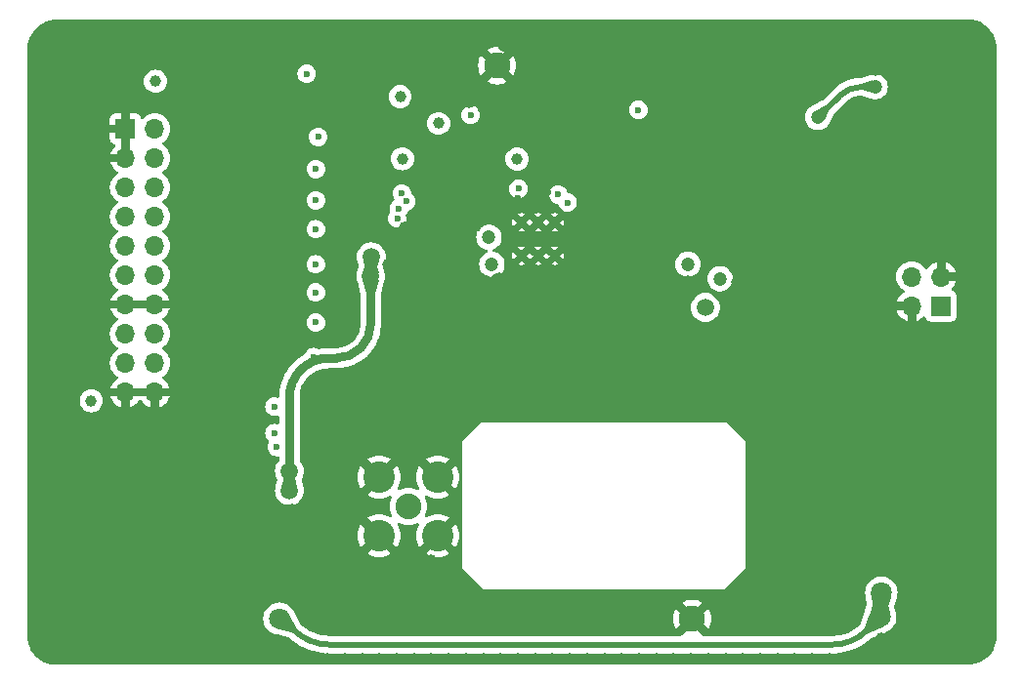
<source format=gbr>
%TF.GenerationSoftware,KiCad,Pcbnew,8.0.9-8.0.9-0~ubuntu22.04.1*%
%TF.CreationDate,2026-02-07T13:45:35+01:00*%
%TF.ProjectId,HW_0008_PrestoLO_2GHz_rev01a,48575f30-3030-4385-9f50-726573746f4c,rev?*%
%TF.SameCoordinates,Original*%
%TF.FileFunction,Copper,L2,Inr*%
%TF.FilePolarity,Positive*%
%FSLAX46Y46*%
G04 Gerber Fmt 4.6, Leading zero omitted, Abs format (unit mm)*
G04 Created by KiCad (PCBNEW 8.0.9-8.0.9-0~ubuntu22.04.1) date 2026-02-07 13:45:35*
%MOMM*%
%LPD*%
G01*
G04 APERTURE LIST*
%TA.AperFunction,ComponentPad*%
%ADD10C,2.286000*%
%TD*%
%TA.AperFunction,HeatsinkPad*%
%ADD11C,0.600000*%
%TD*%
%TA.AperFunction,ComponentPad*%
%ADD12R,1.700000X1.700000*%
%TD*%
%TA.AperFunction,ComponentPad*%
%ADD13O,1.700000X1.700000*%
%TD*%
%TA.AperFunction,ComponentPad*%
%ADD14C,2.240000*%
%TD*%
%TA.AperFunction,ComponentPad*%
%ADD15C,2.740000*%
%TD*%
%TA.AperFunction,ViaPad*%
%ADD16C,1.800000*%
%TD*%
%TA.AperFunction,ViaPad*%
%ADD17C,1.000000*%
%TD*%
%TA.AperFunction,ViaPad*%
%ADD18C,1.500000*%
%TD*%
%TA.AperFunction,ViaPad*%
%ADD19C,0.800000*%
%TD*%
%TA.AperFunction,ViaPad*%
%ADD20C,0.600000*%
%TD*%
%TA.AperFunction,ViaPad*%
%ADD21C,5.000000*%
%TD*%
%TA.AperFunction,ViaPad*%
%ADD22C,0.700000*%
%TD*%
%TA.AperFunction,ViaPad*%
%ADD23C,1.200000*%
%TD*%
%TA.AperFunction,Conductor*%
%ADD24C,1.000000*%
%TD*%
%TA.AperFunction,Conductor*%
%ADD25C,0.520000*%
%TD*%
%TA.AperFunction,Conductor*%
%ADD26C,0.762000*%
%TD*%
%TA.AperFunction,Conductor*%
%ADD27C,0.254000*%
%TD*%
G04 APERTURE END LIST*
D10*
%TO.N,GND*%
%TO.C,J103*%
X104200000Y-37500000D03*
X121100000Y-85500000D03*
%TD*%
D11*
%TO.N,GND*%
%TO.C,U105*%
X106300000Y-51112500D03*
X106300000Y-54012500D03*
X107750000Y-51112500D03*
X107750000Y-54012500D03*
X109200000Y-51112500D03*
X109200000Y-54012500D03*
%TD*%
D12*
%TO.N,GND*%
%TO.C,J101*%
X72000000Y-43000000D03*
D13*
%TO.N,unconnected-(J101-Pin_2-Pad2)*%
X74540000Y-43000000D03*
%TO.N,GND*%
X72000000Y-45540000D03*
%TO.N,Fref_IN*%
X74540000Y-45540000D03*
%TO.N,Mute_RF*%
X72000000Y-48080000D03*
%TO.N,LD*%
X74540000Y-48080000D03*
%TO.N,DATA*%
X72000000Y-50620000D03*
%TO.N,CLK*%
X74540000Y-50620000D03*
%TO.N,CE*%
X72000000Y-53160000D03*
%TO.N,LE*%
X74540000Y-53160000D03*
%TO.N,unconnected-(J101-Pin_11-Pad11)*%
X72000000Y-55700000D03*
%TO.N,MUX*%
X74540000Y-55700000D03*
%TO.N,GND*%
X72000000Y-58240000D03*
X74540000Y-58240000D03*
%TO.N,LO_Buff_EN*%
X72000000Y-60780000D03*
%TO.N,unconnected-(J101-Pin_16-Pad16)*%
X74540000Y-60780000D03*
%TO.N,I2C_SCL*%
X72000000Y-63320000D03*
%TO.N,I2C_SDA*%
X74540000Y-63320000D03*
%TO.N,GND*%
X72000000Y-65860000D03*
X74540000Y-65860000D03*
%TD*%
D12*
%TO.N,Net-(J102-Pin_1)*%
%TO.C,J102*%
X142675000Y-58375000D03*
D13*
%TO.N,GND*%
X142675000Y-55835000D03*
X140135000Y-58375000D03*
%TO.N,Net-(J102-Pin_4)*%
X140135000Y-55835000D03*
%TD*%
D14*
%TO.N,Net-(J104-In)*%
%TO.C,J104*%
X96500000Y-75750000D03*
D15*
%TO.N,GND*%
X93960000Y-73210000D03*
X93960000Y-78290000D03*
X99040000Y-73210000D03*
X99040000Y-78290000D03*
%TD*%
D16*
%TO.N,/3V8*%
X85336136Y-85500000D03*
X137400000Y-85350000D03*
D17*
X69037500Y-66600000D03*
X74600000Y-38862500D03*
D16*
X137500000Y-83250000D03*
D17*
%TO.N,GND*%
X89800000Y-58250000D03*
X126200000Y-71300000D03*
D18*
X124414433Y-85650000D03*
D17*
X85000000Y-89000000D03*
X78000000Y-58600000D03*
X83500000Y-89000000D03*
D18*
X145700000Y-45100000D03*
D17*
X75400000Y-70600000D03*
D18*
X116891658Y-35600000D03*
D17*
X121000000Y-89000000D03*
D19*
X97800000Y-35400000D03*
D17*
X100500000Y-44062500D03*
D18*
X116365380Y-67700000D03*
D17*
X89500000Y-89000000D03*
D18*
X67000000Y-42382352D03*
D17*
X126200000Y-82100000D03*
X88250000Y-79500000D03*
D18*
X138241176Y-35600000D03*
D17*
X109200000Y-61000000D03*
X102400000Y-51500000D03*
D20*
X83750000Y-54500000D03*
D17*
X119900000Y-62200000D03*
X109000000Y-89000000D03*
X84700000Y-78500000D03*
X126500000Y-61300000D03*
D20*
X85750000Y-51750000D03*
D18*
X117797057Y-85750000D03*
X129304807Y-85650000D03*
X118576918Y-67700000D03*
D17*
X98800000Y-40200000D03*
D20*
X85500000Y-57000000D03*
D17*
X98700000Y-56000000D03*
X80500000Y-81500000D03*
D18*
X103125935Y-85750000D03*
D20*
X81203284Y-37994963D03*
D17*
X126200000Y-69800000D03*
D18*
X145700000Y-53400000D03*
D17*
X109300000Y-57500000D03*
X73000000Y-89000000D03*
D18*
X76650000Y-86500000D03*
X114323528Y-37700000D03*
D17*
X118750000Y-46000000D03*
X94000000Y-89000000D03*
X88250000Y-81250000D03*
X82000000Y-72900000D03*
D18*
X116764704Y-37700000D03*
D17*
X67125000Y-62900000D03*
D18*
X107000000Y-37700000D03*
D17*
X119900000Y-63400000D03*
D20*
X106000000Y-49000000D03*
D17*
X89750000Y-50500000D03*
D18*
X90500000Y-69356618D03*
D17*
X114600000Y-41300000D03*
D21*
X142500000Y-40000000D03*
D17*
X104100000Y-61000000D03*
X80600000Y-63500000D03*
X91900000Y-59000000D03*
X126200000Y-79000000D03*
X105600000Y-44200000D03*
X67200000Y-66700000D03*
D18*
X67000000Y-52147056D03*
D17*
X99250000Y-70000000D03*
X120100000Y-40500000D03*
X92400000Y-81500000D03*
X139000000Y-89000000D03*
D20*
X83600000Y-38200000D03*
D18*
X143300000Y-77600000D03*
D20*
X108250000Y-41250000D03*
D18*
X65000000Y-54764712D03*
D19*
X88248152Y-35400000D03*
D17*
X118600000Y-64600000D03*
D20*
X85750000Y-54500000D03*
D18*
X134500000Y-73544120D03*
X123000000Y-63100000D03*
X109727772Y-35600000D03*
X128882360Y-37700000D03*
D20*
X82000000Y-59750000D03*
D18*
X74400000Y-84500000D03*
D17*
X80500000Y-89000000D03*
D18*
X114503696Y-35600000D03*
D17*
X96400000Y-59400000D03*
D18*
X114153842Y-67700000D03*
D17*
X88000000Y-89000000D03*
D18*
X143400000Y-68600000D03*
X145700000Y-58282352D03*
X145600000Y-77600000D03*
D20*
X108627000Y-48500000D03*
D17*
X69000000Y-72800000D03*
D20*
X102000000Y-48500000D03*
D17*
X117950000Y-44100000D03*
X89750000Y-52750000D03*
X111500000Y-48800000D03*
X99400000Y-81500000D03*
D18*
X134400000Y-37900000D03*
X121667582Y-35600000D03*
D17*
X137500000Y-89000000D03*
X76000000Y-89000000D03*
D18*
X90500000Y-78952206D03*
X131900000Y-74858824D03*
X107339810Y-35600000D03*
D17*
X121750000Y-47500000D03*
X82500000Y-81500000D03*
X110300000Y-44900000D03*
X83900000Y-43900000D03*
X96500000Y-78300000D03*
D20*
X117900000Y-57300000D03*
D18*
X145700000Y-73200000D03*
D20*
X117750000Y-46250000D03*
D18*
X119279620Y-35600000D03*
X100884614Y-67700000D03*
D17*
X127000000Y-89000000D03*
D18*
X105571122Y-85750000D03*
X111882352Y-37700000D03*
D17*
X77400000Y-61200000D03*
D18*
X121647056Y-37700000D03*
X131900000Y-72241176D03*
D17*
X76500000Y-50500000D03*
D18*
X133607392Y-35600000D03*
D17*
X100800000Y-61000000D03*
X121400000Y-44100000D03*
X82000000Y-89000000D03*
X80500000Y-80200000D03*
X132250000Y-54650000D03*
D18*
X65000000Y-66970592D03*
X134500000Y-85600000D03*
D20*
X100500000Y-48500000D03*
D18*
X131900000Y-77300000D03*
D17*
X115500000Y-57500000D03*
X126800000Y-40300000D03*
X132300000Y-49600000D03*
D18*
X65000000Y-44882352D03*
D17*
X94750000Y-61500000D03*
D18*
X109441176Y-37700000D03*
D17*
X133000000Y-89000000D03*
D19*
X83472228Y-35400000D03*
D17*
X77887500Y-50500000D03*
X112000000Y-89000000D03*
X132600000Y-59000000D03*
D18*
X134500000Y-63779416D03*
X126441176Y-37700000D03*
X93345187Y-85750000D03*
D17*
X126200000Y-77500000D03*
D20*
X128300000Y-48400000D03*
X84800000Y-71800000D03*
D18*
X65000000Y-64529416D03*
D17*
X116500000Y-89000000D03*
D18*
X125000000Y-64900000D03*
D19*
X71532418Y-35400000D03*
D18*
X132300000Y-66500000D03*
D17*
X86500000Y-89000000D03*
X94150000Y-81500000D03*
D18*
X65000000Y-69411768D03*
D17*
X98500000Y-80400000D03*
X97000000Y-89000000D03*
X115200000Y-62000000D03*
X140500000Y-89000000D03*
X95750000Y-62500000D03*
D18*
X120788456Y-67700000D03*
D17*
X67225000Y-55800000D03*
X96200000Y-51519000D03*
X88200000Y-82900000D03*
X102400000Y-61000000D03*
D18*
X124500000Y-58000000D03*
D17*
X97300000Y-62600000D03*
D18*
X69000000Y-36426472D03*
D17*
X109200000Y-59500000D03*
D18*
X145700000Y-60723528D03*
D17*
X116200000Y-46200000D03*
X76500000Y-47750000D03*
X113500000Y-57500000D03*
D18*
X108016309Y-85750000D03*
D17*
X134500000Y-89000000D03*
X123400000Y-61300000D03*
X93800000Y-75800000D03*
D19*
X100187962Y-35400000D03*
D18*
X88300000Y-85900000D03*
D17*
X128250000Y-53000000D03*
X113500000Y-89000000D03*
X97500000Y-70000000D03*
D18*
X65000000Y-42441176D03*
D17*
X110500000Y-89000000D03*
X126500000Y-53000000D03*
X126200000Y-80600000D03*
X92250000Y-70000000D03*
D18*
X134500000Y-51455880D03*
D20*
X82250000Y-49000000D03*
D17*
X95500000Y-89000000D03*
D18*
X143400000Y-73200000D03*
D17*
X124800000Y-46500000D03*
X125500000Y-89000000D03*
D20*
X84000000Y-57000000D03*
D18*
X145700000Y-55841176D03*
D17*
X67200000Y-69900000D03*
D18*
X90500000Y-66957721D03*
X98235561Y-85750000D03*
X145700000Y-47800000D03*
X67000000Y-37500000D03*
D17*
X95750000Y-70000000D03*
D18*
X145700000Y-68600000D03*
X143200000Y-47800000D03*
X65000000Y-62088240D03*
D22*
X109200000Y-52600000D03*
D17*
X70000000Y-87000000D03*
D18*
X112115734Y-35600000D03*
X65000000Y-40000000D03*
D17*
X102000000Y-44062500D03*
X89500000Y-55800000D03*
X136000000Y-89000000D03*
X91000000Y-89000000D03*
X75400000Y-69000000D03*
D18*
X90900000Y-85750000D03*
D17*
X88250000Y-77750000D03*
X123000000Y-51500000D03*
D20*
X81000000Y-42200000D03*
D17*
X106000000Y-89000000D03*
D18*
X86400000Y-76293750D03*
D17*
X78000000Y-55600000D03*
D18*
X65000000Y-49764704D03*
X123000000Y-67500000D03*
D17*
X79000000Y-89000000D03*
D18*
X67000000Y-49705880D03*
X134500000Y-75985296D03*
X127200000Y-64900000D03*
D17*
X99600000Y-51400000D03*
D18*
X68600000Y-75800000D03*
X90500000Y-74154412D03*
D17*
X110400000Y-46600000D03*
D18*
X125200000Y-68100000D03*
X90500000Y-81351103D03*
D17*
X90000000Y-47750000D03*
D18*
X70900000Y-77400000D03*
X112906683Y-85750000D03*
D17*
X125000000Y-56250000D03*
X93800000Y-39200000D03*
X125200000Y-83400000D03*
D21*
X142500000Y-83000000D03*
D17*
X124000000Y-89000000D03*
D20*
X84900000Y-68300000D03*
D17*
X108500000Y-66200000D03*
X91400000Y-39200000D03*
X115750000Y-56250000D03*
D20*
X85750000Y-59750000D03*
D17*
X119900000Y-64600000D03*
D18*
X134500000Y-49014704D03*
D17*
X103000000Y-89000000D03*
D18*
X109730766Y-67700000D03*
D19*
X95412038Y-35400000D03*
D18*
X104400000Y-56200000D03*
D19*
X90636114Y-35400000D03*
D17*
X89912500Y-61200000D03*
D18*
X67000000Y-39941176D03*
D20*
X81000000Y-43200000D03*
D17*
X119500000Y-89000000D03*
X142000000Y-88100000D03*
D18*
X110461496Y-85750000D03*
D17*
X110300000Y-43100000D03*
X126500000Y-51500000D03*
D20*
X114500000Y-46250000D03*
D17*
X88250000Y-74500000D03*
D18*
X100680748Y-85750000D03*
D17*
X100000000Y-89000000D03*
X122500000Y-89000000D03*
D18*
X126859620Y-85650000D03*
D17*
X98800000Y-65900000D03*
X100800000Y-81500000D03*
D18*
X90500000Y-71755515D03*
X128831468Y-35600000D03*
D17*
X74500000Y-89000000D03*
D18*
X132300000Y-61600000D03*
D20*
X78200000Y-37600000D03*
D17*
X95000000Y-80500000D03*
X88200000Y-84300000D03*
X88250000Y-72750000D03*
D18*
X134500000Y-46573528D03*
X119205880Y-37700000D03*
D20*
X104141720Y-49027070D03*
D18*
X98673076Y-67700000D03*
X95790374Y-85750000D03*
D17*
X78000000Y-47800000D03*
D20*
X81750000Y-51750000D03*
D17*
X118000000Y-89000000D03*
X119700000Y-44100000D03*
D19*
X76308342Y-35400000D03*
D17*
X77000000Y-44300000D03*
D20*
X84000000Y-59750000D03*
D17*
X71500000Y-88000000D03*
X132600000Y-60300000D03*
X74000000Y-76000000D03*
D18*
X111000000Y-55500000D03*
X65000000Y-71852944D03*
D17*
X98500000Y-89000000D03*
X120500000Y-46000000D03*
X84500000Y-81800000D03*
D18*
X65000000Y-59647064D03*
X90500000Y-76553309D03*
X134500000Y-80867648D03*
D17*
X101500000Y-89000000D03*
X91250000Y-60500000D03*
D18*
X126443506Y-35600000D03*
D17*
X97400000Y-40200000D03*
X113000000Y-66800000D03*
D18*
X90500000Y-64558824D03*
D17*
X101800000Y-40700000D03*
X130400000Y-46800000D03*
D18*
X115351870Y-85750000D03*
X145600000Y-75600000D03*
X104951848Y-35600000D03*
D17*
X77500000Y-89000000D03*
X94750000Y-54750000D03*
D20*
X82000000Y-57000000D03*
D17*
X128700000Y-45000000D03*
D18*
X134500000Y-68661768D03*
D17*
X96500000Y-73100000D03*
D18*
X134500000Y-71102944D03*
D17*
X103750000Y-44062500D03*
X126200000Y-72900000D03*
D20*
X84800000Y-38000000D03*
D18*
X134500000Y-61338240D03*
X131750000Y-85650000D03*
X134500000Y-41691176D03*
D17*
X116500000Y-62000000D03*
D18*
X134500000Y-78426472D03*
D17*
X71000000Y-70500000D03*
X124900000Y-50100000D03*
D22*
X107700000Y-52600000D03*
D17*
X91500000Y-43900000D03*
X124700000Y-40300000D03*
X77250000Y-70750000D03*
D18*
X96461538Y-67700000D03*
D17*
X131500000Y-89000000D03*
X132200000Y-43900000D03*
D20*
X82250000Y-46250000D03*
D17*
X110400000Y-41300000D03*
X77250000Y-69000000D03*
D18*
X67000000Y-47264704D03*
D17*
X121750000Y-49000000D03*
D18*
X135800000Y-35600000D03*
D19*
X81084266Y-35400000D03*
D17*
X105700000Y-59600000D03*
X125000000Y-61300000D03*
D18*
X102563886Y-35600000D03*
D17*
X96700000Y-80500000D03*
X124750000Y-51500000D03*
D18*
X131900000Y-82241176D03*
D22*
X106400000Y-52600000D03*
D18*
X67000000Y-44823528D03*
D20*
X115700000Y-55300000D03*
D17*
X109800000Y-65400000D03*
D18*
X105307690Y-67700000D03*
D17*
X94000000Y-70000000D03*
X97200000Y-56000000D03*
D18*
X145700000Y-66000000D03*
X111942304Y-67700000D03*
X65000000Y-52205880D03*
D17*
X90300000Y-43900000D03*
X128500000Y-89000000D03*
D20*
X85750000Y-49000000D03*
D17*
X115000000Y-89000000D03*
D19*
X73920380Y-35400000D03*
D18*
X131900000Y-69800000D03*
X117500000Y-63100000D03*
X131219430Y-35600000D03*
X116000000Y-53000000D03*
X118200000Y-60800000D03*
D20*
X81750000Y-54500000D03*
D17*
X102600000Y-83750000D03*
X86300000Y-81800000D03*
X99100000Y-61000000D03*
D18*
X125000000Y-63100000D03*
D17*
X110864561Y-65364561D03*
D18*
X66600000Y-74000000D03*
D17*
X67125000Y-60600000D03*
X137000000Y-37900000D03*
X102100000Y-56000000D03*
D18*
X131250000Y-37700000D03*
D17*
X90600000Y-41500000D03*
D18*
X79198130Y-86500000D03*
D17*
X110200000Y-62200000D03*
D18*
X134500000Y-66220592D03*
D17*
X105600000Y-61000000D03*
D18*
X143300000Y-66000000D03*
X143300000Y-75600000D03*
D17*
X92500000Y-89000000D03*
D18*
X103096152Y-67700000D03*
X143500000Y-52700000D03*
X94250000Y-67700000D03*
D17*
X130000000Y-89000000D03*
X76500000Y-72500000D03*
X128800000Y-64000000D03*
D20*
X121500000Y-46250000D03*
X84000000Y-46250000D03*
D17*
X97650000Y-81500000D03*
X82900000Y-78600000D03*
D18*
X81650000Y-86500000D03*
D17*
X80500000Y-78700000D03*
D20*
X97750000Y-48500000D03*
X116500000Y-39900000D03*
X84000000Y-49000000D03*
D18*
X107519228Y-67700000D03*
D17*
X78600000Y-42400000D03*
D21*
X69500000Y-83000000D03*
D17*
X79000000Y-72500000D03*
D18*
X134500000Y-44132352D03*
X65000000Y-47323528D03*
X134500000Y-58897064D03*
D20*
X85750000Y-46250000D03*
D17*
X143500000Y-87000000D03*
X116300000Y-44100000D03*
D18*
X73600000Y-79400000D03*
X124055544Y-35600000D03*
D17*
X100400000Y-56000000D03*
X82050000Y-77300000D03*
D20*
X85800000Y-38000000D03*
D18*
X134500000Y-53897056D03*
D17*
X88250000Y-76250000D03*
X97600000Y-59900000D03*
D18*
X84000000Y-87500000D03*
D17*
X111300000Y-62200000D03*
D20*
X106000000Y-57600000D03*
X84000000Y-51750000D03*
D17*
X83800000Y-77300000D03*
D18*
X74400000Y-81900000D03*
D17*
X101600000Y-82700000D03*
D20*
X99250000Y-48500000D03*
D19*
X85860190Y-35400000D03*
D18*
X124000000Y-37700000D03*
X120750000Y-56500000D03*
X65000000Y-57205888D03*
D17*
X104500000Y-89000000D03*
X130800000Y-48100000D03*
D18*
X131900000Y-79800000D03*
D17*
X107500000Y-89000000D03*
X95900000Y-81500000D03*
D18*
X112600000Y-63100000D03*
D17*
X80500000Y-77200000D03*
D18*
X134500000Y-56338232D03*
X134500000Y-83308824D03*
D17*
X137500000Y-87200000D03*
D20*
X112000000Y-41250000D03*
D19*
X78696304Y-35400000D03*
D17*
X77987500Y-53200000D03*
D19*
X93024076Y-35400000D03*
D20*
%TO.N,3V3_ADF*%
X88300000Y-62800000D03*
D18*
X93300000Y-54100000D03*
X93250000Y-55800000D03*
X86200000Y-72700000D03*
X86200000Y-74400000D03*
X122250000Y-58500000D03*
D20*
%TO.N,Net-(U105-LD)*%
X110313137Y-49391962D03*
X88700000Y-43700000D03*
%TO.N,Net-(U105-MUXOUT)*%
X88500000Y-59800000D03*
X106048624Y-48201376D03*
%TO.N,Net-(U105-PDB_{RF})*%
X109500000Y-48700000D03*
X88500000Y-46500000D03*
%TO.N,Net-(U105-CE)*%
X95544902Y-50763453D03*
X88500000Y-57200000D03*
%TO.N,Net-(U105-LE)*%
X88500000Y-54750000D03*
X95685421Y-49900000D03*
%TO.N,Net-(U105-DATA)*%
X96338193Y-49300000D03*
X88500000Y-51700000D03*
D17*
%TO.N,Net-(U104-VC)*%
X95800000Y-40200000D03*
D20*
%TO.N,LO_Buff_EN*%
X116450000Y-41350000D03*
%TO.N,Net-(U105-CLK)*%
X95945142Y-48603211D03*
X88500000Y-49200000D03*
D17*
%TO.N,Net-(U104-VDD)*%
X99131679Y-42531379D03*
D23*
%TO.N,/5V6*%
X132000000Y-42000000D03*
X136950000Y-39350000D03*
D17*
%TO.N,Net-(U105-REF_{IN})*%
X105925000Y-45619000D03*
D23*
%TO.N,Net-(U105-CP_{OUT})*%
X120750000Y-54750000D03*
X103750000Y-54750000D03*
D20*
%TO.N,Fref_IN*%
X101900000Y-41800000D03*
%TO.N,Net-(U106-A2)*%
X84900000Y-67100000D03*
%TO.N,Net-(U106-A1)*%
X84900000Y-69400000D03*
%TO.N,Net-(U106-A0)*%
X85100000Y-70600000D03*
D23*
%TO.N,Net-(U105-SW)*%
X103496325Y-52403675D03*
X123500000Y-56000000D03*
D17*
%TO.N,VCTCXO_Out*%
X96000000Y-45600000D03*
D20*
%TO.N,3V3_VCTCXO*%
X87702297Y-38223000D03*
%TD*%
D24*
%TO.N,/3V8*%
X137400000Y-85350000D02*
X137400000Y-83000000D01*
D25*
X86575000Y-86475000D02*
X85300000Y-85200000D01*
X133302943Y-87750000D02*
X89653122Y-87750000D01*
X137400000Y-85350000D02*
X136200000Y-86550000D01*
X133302943Y-87750000D02*
G75*
G03*
X136199987Y-86549987I-43J4097100D01*
G01*
X89653122Y-87750000D02*
G75*
G02*
X86574993Y-86475007I-22J4353100D01*
G01*
D26*
%TO.N,3V3_ADF*%
X89614213Y-62900000D02*
X90262563Y-62900000D01*
X86200000Y-74400000D02*
X86200000Y-66314213D01*
D27*
X93300000Y-54100000D02*
X93275000Y-54125000D01*
D26*
X93250000Y-54185355D02*
X93250000Y-55800000D01*
X93250000Y-55800000D02*
X93250000Y-59912563D01*
D27*
X93250000Y-54185355D02*
G75*
G02*
X93275013Y-54125013I85400J-45D01*
G01*
D26*
X87200000Y-63900000D02*
G75*
G02*
X89614213Y-62900006I2414200J-2414200D01*
G01*
X92375000Y-62025000D02*
G75*
G02*
X90262563Y-62899955I-2112400J2112500D01*
G01*
X87200000Y-63900000D02*
G75*
G03*
X86200006Y-66314213I2414200J-2414200D01*
G01*
X92375000Y-62025000D02*
G75*
G03*
X93249955Y-59912563I-2112500J2112400D01*
G01*
D25*
%TO.N,/5V6*%
X133836827Y-40163172D02*
X132000000Y-42000000D01*
X136950000Y-39350000D02*
X135800000Y-39350000D01*
X133836827Y-40163172D02*
G75*
G02*
X135800000Y-39349986I1963173J-1963128D01*
G01*
%TD*%
%TA.AperFunction,Conductor*%
%TO.N,GND*%
G36*
X74139901Y-57932993D02*
G01*
X74074075Y-58047007D01*
X74040000Y-58174174D01*
X74040000Y-58305826D01*
X74074075Y-58432993D01*
X74139901Y-58547007D01*
X74207894Y-58615000D01*
X72332106Y-58615000D01*
X72400099Y-58547007D01*
X72465925Y-58432993D01*
X72500000Y-58305826D01*
X72500000Y-58174174D01*
X72465925Y-58047007D01*
X72400099Y-57932993D01*
X72332106Y-57865000D01*
X74207894Y-57865000D01*
X74139901Y-57932993D01*
G37*
%TD.AperFunction*%
%TA.AperFunction,Conductor*%
G36*
X144809367Y-33500497D02*
G01*
X144825049Y-33502242D01*
X144825070Y-33502019D01*
X144833155Y-33502752D01*
X144833164Y-33502754D01*
X144886388Y-33500600D01*
X144891391Y-33500500D01*
X144921994Y-33500500D01*
X144923893Y-33500517D01*
X145179333Y-33504892D01*
X145193532Y-33505955D01*
X145464376Y-33541973D01*
X145478380Y-33544662D01*
X145743299Y-33611545D01*
X145756885Y-33615820D01*
X146012372Y-33712681D01*
X146025384Y-33718491D01*
X146268054Y-33844048D01*
X146280323Y-33851320D01*
X146506957Y-34003903D01*
X146518306Y-34012531D01*
X146725936Y-34190145D01*
X146736214Y-34200016D01*
X146922068Y-34400290D01*
X146931143Y-34411272D01*
X147007462Y-34515291D01*
X147092773Y-34631567D01*
X147100535Y-34643533D01*
X147235795Y-34880923D01*
X147242131Y-34893701D01*
X147349234Y-35145048D01*
X147354061Y-35158469D01*
X147431591Y-35420445D01*
X147434846Y-35434331D01*
X147481784Y-35703494D01*
X147483422Y-35717663D01*
X147499295Y-35993132D01*
X147499500Y-36000265D01*
X147499500Y-86996249D01*
X147499274Y-87003736D01*
X147481728Y-87293794D01*
X147479923Y-87308659D01*
X147428219Y-87590798D01*
X147424635Y-87605336D01*
X147339306Y-87879167D01*
X147333997Y-87893168D01*
X147216275Y-88154736D01*
X147209316Y-88167995D01*
X147060928Y-88413459D01*
X147052422Y-88425782D01*
X146875526Y-88651573D01*
X146865596Y-88662781D01*
X146662781Y-88865596D01*
X146651573Y-88875526D01*
X146425782Y-89052422D01*
X146413459Y-89060928D01*
X146167995Y-89209316D01*
X146154736Y-89216275D01*
X145893168Y-89333997D01*
X145879167Y-89339306D01*
X145605336Y-89424635D01*
X145590798Y-89428219D01*
X145308659Y-89479923D01*
X145293794Y-89481728D01*
X145003736Y-89499274D01*
X144996249Y-89499500D01*
X66190733Y-89499500D01*
X66175055Y-89497757D01*
X66175035Y-89497980D01*
X66166941Y-89497246D01*
X66166935Y-89497246D01*
X66113704Y-89499399D01*
X66108695Y-89499500D01*
X66078287Y-89499500D01*
X66076164Y-89499482D01*
X66063077Y-89499257D01*
X65820498Y-89495103D01*
X65806275Y-89494039D01*
X65535166Y-89457984D01*
X65521160Y-89455294D01*
X65255984Y-89388346D01*
X65242378Y-89384065D01*
X64986641Y-89287108D01*
X64973618Y-89281293D01*
X64730717Y-89155616D01*
X64718446Y-89148343D01*
X64491571Y-88995594D01*
X64480218Y-88986962D01*
X64338342Y-88865596D01*
X64272386Y-88809174D01*
X64262102Y-88799297D01*
X64076066Y-88598823D01*
X64066982Y-88587828D01*
X63905197Y-88367318D01*
X63897435Y-88355352D01*
X63790685Y-88167995D01*
X63762037Y-88117715D01*
X63755706Y-88104947D01*
X63729893Y-88044368D01*
X63648493Y-87853332D01*
X63643670Y-87839922D01*
X63566055Y-87577650D01*
X63562806Y-87563782D01*
X63515825Y-87294341D01*
X63514188Y-87280175D01*
X63505088Y-87122215D01*
X63500705Y-87046121D01*
X63500500Y-87038990D01*
X63500500Y-85499993D01*
X83930836Y-85499993D01*
X83930836Y-85500006D01*
X83950000Y-85731297D01*
X83950002Y-85731308D01*
X84006978Y-85956300D01*
X84100211Y-86168848D01*
X84227152Y-86363147D01*
X84227155Y-86363151D01*
X84227157Y-86363153D01*
X84384352Y-86533913D01*
X84384355Y-86533915D01*
X84384358Y-86533918D01*
X84567501Y-86676464D01*
X84567507Y-86676468D01*
X84567510Y-86676470D01*
X84771633Y-86786936D01*
X84885623Y-86826068D01*
X84991151Y-86862297D01*
X84991153Y-86862297D01*
X84991155Y-86862298D01*
X85158304Y-86890190D01*
X85166263Y-86891787D01*
X86112340Y-87114141D01*
X86171649Y-87147170D01*
X86179307Y-87154828D01*
X86484855Y-87415792D01*
X86484862Y-87415797D01*
X86809950Y-87651987D01*
X87152567Y-87861942D01*
X87510601Y-88044368D01*
X87793568Y-88161576D01*
X87881849Y-88198143D01*
X88182995Y-88295990D01*
X88264007Y-88322313D01*
X88654736Y-88416117D01*
X88654740Y-88416117D01*
X88654750Y-88416120D01*
X89051606Y-88478973D01*
X89051619Y-88478975D01*
X89452211Y-88510501D01*
X89653126Y-88510500D01*
X133223014Y-88510500D01*
X133223019Y-88510501D01*
X133251568Y-88510500D01*
X133251630Y-88510518D01*
X133302951Y-88510517D01*
X133302951Y-88510518D01*
X133493805Y-88510516D01*
X133874335Y-88480564D01*
X134251343Y-88420849D01*
X134622503Y-88331738D01*
X134985528Y-88213782D01*
X135338179Y-88067707D01*
X135678282Y-87894414D01*
X136003741Y-87694971D01*
X136312548Y-87470608D01*
X136602801Y-87222709D01*
X136637294Y-87188215D01*
X136678241Y-87161039D01*
X137924033Y-86654150D01*
X137924032Y-86654148D01*
X137960054Y-86639492D01*
X137959992Y-86639377D01*
X137964503Y-86636936D01*
X138168626Y-86526470D01*
X138351784Y-86383913D01*
X138508979Y-86213153D01*
X138635924Y-86018849D01*
X138729157Y-85806300D01*
X138786134Y-85581305D01*
X138786135Y-85581297D01*
X138805300Y-85350006D01*
X138805300Y-85349993D01*
X138786135Y-85118702D01*
X138786131Y-85118682D01*
X138729159Y-84893708D01*
X138729157Y-84893700D01*
X138724108Y-84882191D01*
X138716759Y-84859917D01*
X138621522Y-84441725D01*
X138623672Y-84378502D01*
X138812558Y-83750031D01*
X138814277Y-83743664D01*
X138820427Y-83726199D01*
X138829157Y-83706300D01*
X138886134Y-83481305D01*
X138905300Y-83250000D01*
X138905300Y-83249993D01*
X138886135Y-83018702D01*
X138886133Y-83018691D01*
X138829157Y-82793699D01*
X138735924Y-82581151D01*
X138608983Y-82386852D01*
X138608980Y-82386849D01*
X138608979Y-82386847D01*
X138451784Y-82216087D01*
X138451779Y-82216083D01*
X138451777Y-82216081D01*
X138268634Y-82073535D01*
X138268628Y-82073531D01*
X138064504Y-81963064D01*
X138064495Y-81963061D01*
X137844984Y-81887702D01*
X137673282Y-81859050D01*
X137616049Y-81849500D01*
X137383951Y-81849500D01*
X137338164Y-81857140D01*
X137155015Y-81887702D01*
X136935504Y-81963061D01*
X136935495Y-81963064D01*
X136731371Y-82073531D01*
X136731365Y-82073535D01*
X136548222Y-82216081D01*
X136548219Y-82216084D01*
X136391016Y-82386852D01*
X136264075Y-82581151D01*
X136170842Y-82793699D01*
X136113866Y-83018691D01*
X136113864Y-83018702D01*
X136094700Y-83249993D01*
X136094700Y-83250006D01*
X136113865Y-83481301D01*
X136149960Y-83623838D01*
X136152029Y-83633670D01*
X136161277Y-83688541D01*
X136161278Y-83688542D01*
X136237462Y-84140598D01*
X136236090Y-84188739D01*
X136086899Y-84843841D01*
X136080927Y-84862852D01*
X135958943Y-85164023D01*
X135598842Y-86053073D01*
X135567186Y-86098399D01*
X135424143Y-86228047D01*
X135414736Y-86235767D01*
X135161528Y-86423561D01*
X135151410Y-86430322D01*
X134881003Y-86592398D01*
X134870271Y-86598134D01*
X134585294Y-86732920D01*
X134574052Y-86737577D01*
X134277232Y-86843783D01*
X134265587Y-86847316D01*
X133959773Y-86923921D01*
X133947838Y-86926295D01*
X133636003Y-86972553D01*
X133623894Y-86973746D01*
X133306333Y-86989351D01*
X133300247Y-86989500D01*
X122094471Y-86989500D01*
X122027432Y-86969815D01*
X121981677Y-86917011D01*
X121980748Y-86911078D01*
X121413830Y-86344160D01*
X121526310Y-86297570D01*
X121673717Y-86199076D01*
X121799076Y-86073717D01*
X121897570Y-85926310D01*
X121944160Y-85813830D01*
X122496291Y-86365961D01*
X122568451Y-86248209D01*
X122667417Y-86009285D01*
X122727788Y-85757820D01*
X122748079Y-85500000D01*
X122727788Y-85242179D01*
X122667417Y-84990714D01*
X122568450Y-84751786D01*
X122496291Y-84634036D01*
X121944160Y-85186168D01*
X121897570Y-85073690D01*
X121799076Y-84926283D01*
X121673717Y-84800924D01*
X121526310Y-84702430D01*
X121413830Y-84655839D01*
X121965962Y-84103707D01*
X121848213Y-84031549D01*
X121609285Y-83932582D01*
X121357820Y-83872211D01*
X121100000Y-83851920D01*
X120842179Y-83872211D01*
X120590714Y-83932582D01*
X120351786Y-84031549D01*
X120234036Y-84103707D01*
X120786169Y-84655839D01*
X120673690Y-84702430D01*
X120526283Y-84800924D01*
X120400924Y-84926283D01*
X120302430Y-85073690D01*
X120255839Y-85186168D01*
X119703707Y-84634036D01*
X119631549Y-84751786D01*
X119532582Y-84990714D01*
X119472211Y-85242179D01*
X119451920Y-85500000D01*
X119472211Y-85757820D01*
X119532582Y-86009285D01*
X119631549Y-86248213D01*
X119703707Y-86365962D01*
X120255839Y-85813830D01*
X120302430Y-85926310D01*
X120400924Y-86073717D01*
X120526283Y-86199076D01*
X120673690Y-86297570D01*
X120786168Y-86344160D01*
X120218322Y-86912006D01*
X120217000Y-86919812D01*
X120169941Y-86971457D01*
X120105527Y-86989500D01*
X89656169Y-86989500D01*
X89650085Y-86989351D01*
X89307060Y-86972500D01*
X89294950Y-86971307D01*
X88958257Y-86921365D01*
X88946322Y-86918991D01*
X88616147Y-86836288D01*
X88604502Y-86832756D01*
X88284011Y-86718083D01*
X88272769Y-86713426D01*
X87965072Y-86567898D01*
X87954339Y-86562161D01*
X87662386Y-86387171D01*
X87652269Y-86380411D01*
X87515571Y-86279029D01*
X87378871Y-86177646D01*
X87369466Y-86169928D01*
X87368276Y-86168849D01*
X87187582Y-86005077D01*
X87160830Y-85970388D01*
X87137920Y-85926310D01*
X86621103Y-84931965D01*
X86605465Y-84904072D01*
X86602820Y-84899354D01*
X86603199Y-84899141D01*
X86596867Y-84887705D01*
X86572060Y-84831151D01*
X86445119Y-84636852D01*
X86445116Y-84636849D01*
X86445115Y-84636847D01*
X86287920Y-84466087D01*
X86287915Y-84466083D01*
X86287913Y-84466081D01*
X86104770Y-84323535D01*
X86104764Y-84323531D01*
X85900640Y-84213064D01*
X85900631Y-84213061D01*
X85681120Y-84137702D01*
X85477396Y-84103707D01*
X85452185Y-84099500D01*
X85220087Y-84099500D01*
X85194876Y-84103707D01*
X84991151Y-84137702D01*
X84771640Y-84213061D01*
X84771631Y-84213064D01*
X84567507Y-84323531D01*
X84567501Y-84323535D01*
X84384358Y-84466081D01*
X84384355Y-84466084D01*
X84227152Y-84636852D01*
X84100211Y-84831151D01*
X84006978Y-85043699D01*
X83950002Y-85268691D01*
X83950000Y-85268702D01*
X83930836Y-85499993D01*
X63500500Y-85499993D01*
X63500500Y-66600000D01*
X68032159Y-66600000D01*
X68051475Y-66796129D01*
X68108688Y-66984733D01*
X68201586Y-67158532D01*
X68201590Y-67158539D01*
X68326616Y-67310883D01*
X68478960Y-67435909D01*
X68478967Y-67435913D01*
X68652766Y-67528811D01*
X68652769Y-67528811D01*
X68652773Y-67528814D01*
X68841368Y-67586024D01*
X69037500Y-67605341D01*
X69233632Y-67586024D01*
X69422227Y-67528814D01*
X69596038Y-67435910D01*
X69748383Y-67310883D01*
X69873410Y-67158538D01*
X69966314Y-66984727D01*
X70023524Y-66796132D01*
X70042841Y-66600000D01*
X70023524Y-66403868D01*
X69972298Y-66235000D01*
X70702858Y-66235000D01*
X70726566Y-66323483D01*
X70726570Y-66323492D01*
X70826399Y-66537578D01*
X70961894Y-66731082D01*
X71128917Y-66898105D01*
X71322421Y-67033600D01*
X71536507Y-67133429D01*
X71536516Y-67133433D01*
X71624999Y-67157142D01*
X72375000Y-67157142D01*
X72463483Y-67133433D01*
X72463492Y-67133429D01*
X72677578Y-67033600D01*
X72871082Y-66898105D01*
X73038105Y-66731082D01*
X73168425Y-66544968D01*
X73223002Y-66501344D01*
X73292501Y-66494151D01*
X73354855Y-66525673D01*
X73371575Y-66544968D01*
X73501894Y-66731082D01*
X73668917Y-66898105D01*
X73862421Y-67033600D01*
X74076507Y-67133429D01*
X74076516Y-67133433D01*
X74164999Y-67157142D01*
X74915000Y-67157142D01*
X75003483Y-67133433D01*
X75003492Y-67133429D01*
X75075190Y-67099996D01*
X84094435Y-67099996D01*
X84094435Y-67100003D01*
X84114630Y-67279249D01*
X84114631Y-67279254D01*
X84174211Y-67449523D01*
X84259981Y-67586024D01*
X84270184Y-67602262D01*
X84397738Y-67729816D01*
X84550478Y-67825789D01*
X84646456Y-67859373D01*
X84720745Y-67885368D01*
X84720750Y-67885369D01*
X84899996Y-67905565D01*
X84900000Y-67905565D01*
X84900004Y-67905565D01*
X85079249Y-67885369D01*
X85079252Y-67885368D01*
X85079255Y-67885368D01*
X85079256Y-67885367D01*
X85079259Y-67885367D01*
X85153544Y-67859373D01*
X85223323Y-67855810D01*
X85283951Y-67890539D01*
X85316178Y-67952532D01*
X85318500Y-67976414D01*
X85318500Y-68523585D01*
X85298815Y-68590624D01*
X85246011Y-68636379D01*
X85176853Y-68646323D01*
X85153546Y-68640627D01*
X85079257Y-68614632D01*
X85079249Y-68614630D01*
X84900004Y-68594435D01*
X84899996Y-68594435D01*
X84720750Y-68614630D01*
X84720745Y-68614631D01*
X84550476Y-68674211D01*
X84397737Y-68770184D01*
X84270184Y-68897737D01*
X84174211Y-69050476D01*
X84114631Y-69220745D01*
X84114630Y-69220750D01*
X84094435Y-69399996D01*
X84094435Y-69400003D01*
X84114630Y-69579249D01*
X84114631Y-69579254D01*
X84174211Y-69749523D01*
X84270184Y-69902262D01*
X84398514Y-70030592D01*
X84431999Y-70091915D01*
X84427015Y-70161607D01*
X84415827Y-70184244D01*
X84374212Y-70250474D01*
X84314631Y-70420745D01*
X84314630Y-70420750D01*
X84294435Y-70599996D01*
X84294435Y-70600003D01*
X84314630Y-70779249D01*
X84314631Y-70779254D01*
X84374211Y-70949523D01*
X84470184Y-71102262D01*
X84597738Y-71229816D01*
X84750478Y-71325789D01*
X84920745Y-71385368D01*
X84920750Y-71385369D01*
X85099996Y-71405565D01*
X85100000Y-71405565D01*
X85100003Y-71405565D01*
X85180616Y-71396482D01*
X85249438Y-71408536D01*
X85300818Y-71455885D01*
X85318500Y-71519702D01*
X85318500Y-71761662D01*
X85298815Y-71828701D01*
X85282181Y-71849343D01*
X85238402Y-71893121D01*
X85112900Y-72072357D01*
X85112898Y-72072361D01*
X85020426Y-72270668D01*
X85020422Y-72270677D01*
X84963793Y-72482020D01*
X84963793Y-72482024D01*
X84944723Y-72699997D01*
X84944723Y-72700002D01*
X84963793Y-72917975D01*
X84963793Y-72917979D01*
X85020422Y-73129322D01*
X85020424Y-73129326D01*
X85020425Y-73129330D01*
X85058041Y-73209998D01*
X85112898Y-73327639D01*
X85112900Y-73327643D01*
X85134434Y-73358396D01*
X85156761Y-73424602D01*
X85152952Y-73460400D01*
X85026217Y-73953259D01*
X85021861Y-73965432D01*
X85022276Y-73965583D01*
X85020425Y-73970668D01*
X84963793Y-74182020D01*
X84963793Y-74182023D01*
X84961866Y-74204047D01*
X84944723Y-74399997D01*
X84944723Y-74400002D01*
X84963793Y-74617975D01*
X84963793Y-74617979D01*
X85020422Y-74829322D01*
X85020424Y-74829326D01*
X85020425Y-74829330D01*
X85022066Y-74832849D01*
X85112897Y-75027638D01*
X85112898Y-75027639D01*
X85238402Y-75206877D01*
X85393123Y-75361598D01*
X85572361Y-75487102D01*
X85770670Y-75579575D01*
X85982023Y-75636207D01*
X86164926Y-75652208D01*
X86199998Y-75655277D01*
X86200000Y-75655277D01*
X86200002Y-75655277D01*
X86228254Y-75652805D01*
X86417977Y-75636207D01*
X86629330Y-75579575D01*
X86827639Y-75487102D01*
X87006877Y-75361598D01*
X87161598Y-75206877D01*
X87287102Y-75027639D01*
X87379575Y-74829330D01*
X87436207Y-74617977D01*
X87455277Y-74400000D01*
X87436207Y-74182023D01*
X87379575Y-73970670D01*
X87379573Y-73970665D01*
X87377720Y-73965573D01*
X87378143Y-73965418D01*
X87373779Y-73953255D01*
X87247046Y-73460399D01*
X87249415Y-73390571D01*
X87265565Y-73358396D01*
X87287102Y-73327639D01*
X87341959Y-73209998D01*
X92085223Y-73209998D01*
X92085223Y-73210001D01*
X92104306Y-73476810D01*
X92104307Y-73476817D01*
X92161163Y-73738181D01*
X92254643Y-73988812D01*
X92254645Y-73988816D01*
X92382833Y-74223575D01*
X92397072Y-74242596D01*
X93154107Y-73485561D01*
X93206740Y-73612626D01*
X93299762Y-73751844D01*
X93418156Y-73870238D01*
X93557374Y-73963260D01*
X93684437Y-74015891D01*
X92927401Y-74772926D01*
X92946423Y-74787166D01*
X93181183Y-74915354D01*
X93181187Y-74915356D01*
X93431818Y-75008836D01*
X93693182Y-75065692D01*
X93693189Y-75065693D01*
X93959999Y-75084777D01*
X93960001Y-75084777D01*
X94226810Y-75065693D01*
X94226817Y-75065692D01*
X94488181Y-75008836D01*
X94738812Y-74915356D01*
X94738816Y-74915354D01*
X94889912Y-74832849D01*
X94958184Y-74817997D01*
X95023649Y-74842413D01*
X95065521Y-74898347D01*
X95070505Y-74968038D01*
X95055071Y-75006463D01*
X95051659Y-75012030D01*
X95051656Y-75012036D01*
X94954049Y-75247681D01*
X94954044Y-75247698D01*
X94894502Y-75495710D01*
X94874489Y-75750000D01*
X94894502Y-76004289D01*
X94954044Y-76252301D01*
X94954049Y-76252318D01*
X95051656Y-76487963D01*
X95051658Y-76487966D01*
X95055068Y-76493531D01*
X95073310Y-76560977D01*
X95052193Y-76627579D01*
X94998420Y-76672191D01*
X94929064Y-76680649D01*
X94889912Y-76667150D01*
X94738816Y-76584645D01*
X94738812Y-76584643D01*
X94488181Y-76491163D01*
X94226817Y-76434307D01*
X94226810Y-76434306D01*
X93960001Y-76415223D01*
X93959999Y-76415223D01*
X93693189Y-76434306D01*
X93693182Y-76434307D01*
X93431818Y-76491163D01*
X93181187Y-76584643D01*
X93181183Y-76584645D01*
X92946418Y-76712837D01*
X92946415Y-76712839D01*
X92927402Y-76727071D01*
X92927401Y-76727072D01*
X93684437Y-77484108D01*
X93557374Y-77536740D01*
X93418156Y-77629762D01*
X93299762Y-77748156D01*
X93206740Y-77887374D01*
X93154108Y-78014437D01*
X92397072Y-77257401D01*
X92397071Y-77257402D01*
X92382839Y-77276415D01*
X92382837Y-77276418D01*
X92254645Y-77511183D01*
X92254643Y-77511187D01*
X92161163Y-77761818D01*
X92104307Y-78023182D01*
X92104306Y-78023189D01*
X92085223Y-78289998D01*
X92085223Y-78290001D01*
X92104306Y-78556810D01*
X92104307Y-78556817D01*
X92161163Y-78818181D01*
X92254643Y-79068812D01*
X92254645Y-79068816D01*
X92382833Y-79303575D01*
X92397072Y-79322596D01*
X93154107Y-78565561D01*
X93206740Y-78692626D01*
X93299762Y-78831844D01*
X93418156Y-78950238D01*
X93557374Y-79043260D01*
X93684437Y-79095891D01*
X92927401Y-79852926D01*
X92946423Y-79867166D01*
X93181183Y-79995354D01*
X93181187Y-79995356D01*
X93431818Y-80088836D01*
X93693182Y-80145692D01*
X93693189Y-80145693D01*
X93959999Y-80164777D01*
X93960001Y-80164777D01*
X94226810Y-80145693D01*
X94226817Y-80145692D01*
X94488181Y-80088836D01*
X94738812Y-79995356D01*
X94738816Y-79995354D01*
X94973582Y-79867162D01*
X94992597Y-79852927D01*
X94235561Y-79095891D01*
X94362626Y-79043260D01*
X94501844Y-78950238D01*
X94620238Y-78831844D01*
X94713260Y-78692626D01*
X94765891Y-78565561D01*
X95522927Y-79322597D01*
X95537162Y-79303582D01*
X95665354Y-79068816D01*
X95665356Y-79068812D01*
X95758836Y-78818181D01*
X95815692Y-78556817D01*
X95815693Y-78556810D01*
X95834777Y-78290001D01*
X95834777Y-78289998D01*
X95815693Y-78023189D01*
X95815692Y-78023182D01*
X95758836Y-77761818D01*
X95665356Y-77511187D01*
X95665354Y-77511183D01*
X95582849Y-77360087D01*
X95567997Y-77291814D01*
X95592414Y-77226350D01*
X95648347Y-77184478D01*
X95718039Y-77179494D01*
X95756471Y-77194933D01*
X95762033Y-77198341D01*
X95762036Y-77198343D01*
X95997681Y-77295950D01*
X95997683Y-77295950D01*
X95997689Y-77295953D01*
X96245714Y-77355498D01*
X96500000Y-77375511D01*
X96754286Y-77355498D01*
X97002311Y-77295953D01*
X97109459Y-77251571D01*
X97237963Y-77198343D01*
X97237964Y-77198341D01*
X97237967Y-77198341D01*
X97243523Y-77194935D01*
X97310968Y-77176688D01*
X97377571Y-77197801D01*
X97422187Y-77251571D01*
X97430651Y-77320926D01*
X97417150Y-77360087D01*
X97334645Y-77511183D01*
X97334643Y-77511187D01*
X97241163Y-77761818D01*
X97184307Y-78023182D01*
X97184306Y-78023189D01*
X97165223Y-78289998D01*
X97165223Y-78290001D01*
X97184306Y-78556810D01*
X97184307Y-78556817D01*
X97241163Y-78818181D01*
X97334643Y-79068812D01*
X97334645Y-79068816D01*
X97462833Y-79303575D01*
X97477072Y-79322596D01*
X98234107Y-78565561D01*
X98286740Y-78692626D01*
X98379762Y-78831844D01*
X98498156Y-78950238D01*
X98637374Y-79043260D01*
X98764437Y-79095891D01*
X98007401Y-79852926D01*
X98026423Y-79867166D01*
X98261183Y-79995354D01*
X98261187Y-79995356D01*
X98511818Y-80088836D01*
X98773182Y-80145692D01*
X98773189Y-80145693D01*
X99039999Y-80164777D01*
X99040001Y-80164777D01*
X99306810Y-80145693D01*
X99306817Y-80145692D01*
X99568181Y-80088836D01*
X99818812Y-79995356D01*
X99818816Y-79995354D01*
X100053582Y-79867162D01*
X100072597Y-79852927D01*
X99315561Y-79095891D01*
X99442626Y-79043260D01*
X99581844Y-78950238D01*
X99700238Y-78831844D01*
X99793260Y-78692626D01*
X99845891Y-78565561D01*
X100602927Y-79322597D01*
X100617162Y-79303582D01*
X100745354Y-79068816D01*
X100745356Y-79068812D01*
X100838836Y-78818181D01*
X100895692Y-78556817D01*
X100895693Y-78556810D01*
X100914777Y-78290001D01*
X100914777Y-78289998D01*
X100895693Y-78023189D01*
X100895692Y-78023182D01*
X100838836Y-77761818D01*
X100745356Y-77511187D01*
X100745354Y-77511183D01*
X100617166Y-77276424D01*
X100617166Y-77276423D01*
X100602926Y-77257401D01*
X99845891Y-78014436D01*
X99793260Y-77887374D01*
X99700238Y-77748156D01*
X99581844Y-77629762D01*
X99442626Y-77536740D01*
X99315561Y-77484107D01*
X100072596Y-76727072D01*
X100053575Y-76712833D01*
X99818816Y-76584645D01*
X99818812Y-76584643D01*
X99568181Y-76491163D01*
X99306817Y-76434307D01*
X99306810Y-76434306D01*
X99040001Y-76415223D01*
X99039999Y-76415223D01*
X98773189Y-76434306D01*
X98773182Y-76434307D01*
X98511818Y-76491163D01*
X98261187Y-76584643D01*
X98261183Y-76584645D01*
X98110087Y-76667150D01*
X98041814Y-76682002D01*
X97976349Y-76657585D01*
X97934478Y-76601651D01*
X97929494Y-76531960D01*
X97944936Y-76493523D01*
X97948343Y-76487963D01*
X98045950Y-76252318D01*
X98045949Y-76252318D01*
X98045953Y-76252311D01*
X98105498Y-76004286D01*
X98125511Y-75750000D01*
X98105498Y-75495714D01*
X98045953Y-75247689D01*
X97970568Y-75065693D01*
X97948343Y-75012036D01*
X97948341Y-75012033D01*
X97944933Y-75006471D01*
X97926688Y-74939025D01*
X97947804Y-74872423D01*
X98001576Y-74827809D01*
X98070932Y-74819349D01*
X98110087Y-74832849D01*
X98261183Y-74915354D01*
X98261187Y-74915356D01*
X98511818Y-75008836D01*
X98773182Y-75065692D01*
X98773189Y-75065693D01*
X99039999Y-75084777D01*
X99040001Y-75084777D01*
X99306810Y-75065693D01*
X99306817Y-75065692D01*
X99568181Y-75008836D01*
X99818812Y-74915356D01*
X99818816Y-74915354D01*
X100053582Y-74787162D01*
X100072597Y-74772927D01*
X99315561Y-74015891D01*
X99442626Y-73963260D01*
X99581844Y-73870238D01*
X99700238Y-73751844D01*
X99793260Y-73612626D01*
X99845891Y-73485561D01*
X100602927Y-74242597D01*
X100617162Y-74223582D01*
X100745354Y-73988816D01*
X100745356Y-73988812D01*
X100838836Y-73738181D01*
X100895692Y-73476817D01*
X100895693Y-73476810D01*
X100914777Y-73210001D01*
X100914777Y-73209998D01*
X100895693Y-72943189D01*
X100895692Y-72943182D01*
X100838836Y-72681818D01*
X100745356Y-72431187D01*
X100745354Y-72431183D01*
X100617166Y-72196424D01*
X100617166Y-72196423D01*
X100602926Y-72177401D01*
X99845891Y-72934436D01*
X99793260Y-72807374D01*
X99700238Y-72668156D01*
X99581844Y-72549762D01*
X99442626Y-72456740D01*
X99315562Y-72404108D01*
X100072597Y-71647072D01*
X100053575Y-71632833D01*
X99818816Y-71504645D01*
X99818812Y-71504643D01*
X99568181Y-71411163D01*
X99306817Y-71354307D01*
X99306810Y-71354306D01*
X99040001Y-71335223D01*
X99039999Y-71335223D01*
X98773189Y-71354306D01*
X98773182Y-71354307D01*
X98511818Y-71411163D01*
X98261187Y-71504643D01*
X98261183Y-71504645D01*
X98026418Y-71632837D01*
X98026415Y-71632839D01*
X98007402Y-71647071D01*
X98007401Y-71647072D01*
X98764437Y-72404108D01*
X98637374Y-72456740D01*
X98498156Y-72549762D01*
X98379762Y-72668156D01*
X98286740Y-72807374D01*
X98234108Y-72934437D01*
X97477072Y-72177401D01*
X97477071Y-72177402D01*
X97462839Y-72196415D01*
X97462837Y-72196418D01*
X97334645Y-72431183D01*
X97334643Y-72431187D01*
X97241163Y-72681818D01*
X97184307Y-72943182D01*
X97184306Y-72943189D01*
X97165223Y-73209998D01*
X97165223Y-73210001D01*
X97184306Y-73476810D01*
X97184307Y-73476817D01*
X97241163Y-73738181D01*
X97334643Y-73988812D01*
X97334645Y-73988816D01*
X97417150Y-74139912D01*
X97432002Y-74208185D01*
X97407585Y-74273649D01*
X97351652Y-74315521D01*
X97281960Y-74320505D01*
X97243531Y-74305068D01*
X97237966Y-74301658D01*
X97237963Y-74301656D01*
X97002318Y-74204049D01*
X97002301Y-74204044D01*
X96754289Y-74144502D01*
X96500000Y-74124489D01*
X96245710Y-74144502D01*
X95997698Y-74204044D01*
X95997681Y-74204049D01*
X95762036Y-74301656D01*
X95762030Y-74301659D01*
X95756463Y-74305071D01*
X95689016Y-74323310D01*
X95622415Y-74302190D01*
X95577806Y-74248414D01*
X95569351Y-74179058D01*
X95582849Y-74139912D01*
X95665354Y-73988816D01*
X95665356Y-73988812D01*
X95758836Y-73738181D01*
X95815692Y-73476817D01*
X95815693Y-73476810D01*
X95834777Y-73210001D01*
X95834777Y-73209998D01*
X95815693Y-72943189D01*
X95815692Y-72943182D01*
X95758836Y-72681818D01*
X95665356Y-72431187D01*
X95665354Y-72431183D01*
X95537166Y-72196424D01*
X95537166Y-72196423D01*
X95522926Y-72177401D01*
X94765891Y-72934437D01*
X94713260Y-72807374D01*
X94620238Y-72668156D01*
X94501844Y-72549762D01*
X94362626Y-72456740D01*
X94235562Y-72404108D01*
X94992597Y-71647072D01*
X94973575Y-71632833D01*
X94738816Y-71504645D01*
X94738812Y-71504643D01*
X94488181Y-71411163D01*
X94226817Y-71354307D01*
X94226810Y-71354306D01*
X93960001Y-71335223D01*
X93959999Y-71335223D01*
X93693189Y-71354306D01*
X93693182Y-71354307D01*
X93431818Y-71411163D01*
X93181187Y-71504643D01*
X93181183Y-71504645D01*
X92946418Y-71632837D01*
X92946415Y-71632839D01*
X92927402Y-71647071D01*
X92927401Y-71647072D01*
X93684437Y-72404108D01*
X93557374Y-72456740D01*
X93418156Y-72549762D01*
X93299762Y-72668156D01*
X93206740Y-72807374D01*
X93154108Y-72934437D01*
X92397072Y-72177401D01*
X92397071Y-72177402D01*
X92382839Y-72196415D01*
X92382837Y-72196418D01*
X92254645Y-72431183D01*
X92254643Y-72431187D01*
X92161163Y-72681818D01*
X92104307Y-72943182D01*
X92104306Y-72943189D01*
X92085223Y-73209998D01*
X87341959Y-73209998D01*
X87379575Y-73129330D01*
X87436207Y-72917977D01*
X87455277Y-72700000D01*
X87453498Y-72679670D01*
X87442133Y-72549762D01*
X87436207Y-72482023D01*
X87379575Y-72270670D01*
X87287102Y-72072362D01*
X87287100Y-72072359D01*
X87287099Y-72072357D01*
X87161597Y-71893121D01*
X87117819Y-71849343D01*
X87084334Y-71788020D01*
X87081500Y-71761662D01*
X87081500Y-70099999D01*
X101200000Y-70099999D01*
X101200000Y-70100000D01*
X101200000Y-81200000D01*
X103000000Y-83000000D01*
X123900000Y-83000000D01*
X125700000Y-81200000D01*
X125700000Y-70100000D01*
X124100000Y-68500000D01*
X102800000Y-68500000D01*
X102799999Y-68500000D01*
X101200000Y-70099999D01*
X87081500Y-70099999D01*
X87081500Y-66317689D01*
X87081695Y-66310737D01*
X87082824Y-66290624D01*
X87097034Y-66037579D01*
X87098588Y-66023780D01*
X87143834Y-65757482D01*
X87146923Y-65743947D01*
X87221699Y-65484390D01*
X87226291Y-65471270D01*
X87329647Y-65221744D01*
X87335680Y-65209215D01*
X87466331Y-64972820D01*
X87473729Y-64961046D01*
X87630031Y-64740758D01*
X87638687Y-64729904D01*
X87818638Y-64528538D01*
X87828465Y-64518713D01*
X88029900Y-64338699D01*
X88040762Y-64330035D01*
X88261054Y-64173730D01*
X88272817Y-64166339D01*
X88509229Y-64035680D01*
X88521735Y-64029657D01*
X88771273Y-63926297D01*
X88784393Y-63921705D01*
X89043954Y-63846927D01*
X89057485Y-63843839D01*
X89323781Y-63798594D01*
X89337575Y-63797040D01*
X89576635Y-63783616D01*
X89610846Y-63781695D01*
X89617798Y-63781500D01*
X90355035Y-63781500D01*
X90355925Y-63781456D01*
X90431472Y-63781457D01*
X90609028Y-63765925D01*
X90768008Y-63752019D01*
X90768012Y-63752018D01*
X90768026Y-63752017D01*
X91100734Y-63693357D01*
X91100738Y-63693356D01*
X91100746Y-63693354D01*
X91161148Y-63677170D01*
X91427064Y-63605923D01*
X91744531Y-63490380D01*
X92050720Y-63347609D01*
X92343301Y-63178695D01*
X92620048Y-62984924D01*
X92878853Y-62767771D01*
X92932291Y-62714334D01*
X92932344Y-62714287D01*
X92936936Y-62709694D01*
X92936940Y-62709692D01*
X92962385Y-62684245D01*
X92962524Y-62684169D01*
X92998360Y-62648330D01*
X92998361Y-62648331D01*
X93117804Y-62528883D01*
X93334960Y-62270075D01*
X93528733Y-61993326D01*
X93697649Y-61700741D01*
X93840422Y-61394548D01*
X93955966Y-61077077D01*
X94043401Y-60750744D01*
X94102062Y-60418032D01*
X94131502Y-60081474D01*
X94131500Y-59912552D01*
X94131500Y-59893368D01*
X94131500Y-58499997D01*
X120994723Y-58499997D01*
X120994723Y-58500002D01*
X121013793Y-58717975D01*
X121013793Y-58717979D01*
X121070422Y-58929322D01*
X121070424Y-58929326D01*
X121070425Y-58929330D01*
X121100784Y-58994435D01*
X121162897Y-59127638D01*
X121162898Y-59127639D01*
X121288402Y-59306877D01*
X121443123Y-59461598D01*
X121622361Y-59587102D01*
X121820670Y-59679575D01*
X122032023Y-59736207D01*
X122214926Y-59752208D01*
X122249998Y-59755277D01*
X122250000Y-59755277D01*
X122250002Y-59755277D01*
X122278254Y-59752805D01*
X122467977Y-59736207D01*
X122679330Y-59679575D01*
X122877639Y-59587102D01*
X123056877Y-59461598D01*
X123211598Y-59306877D01*
X123337102Y-59127639D01*
X123429575Y-58929330D01*
X123477626Y-58750000D01*
X138837858Y-58750000D01*
X138861566Y-58838483D01*
X138861570Y-58838492D01*
X138961399Y-59052578D01*
X139096894Y-59246082D01*
X139263917Y-59413105D01*
X139457421Y-59548600D01*
X139671507Y-59648429D01*
X139671516Y-59648433D01*
X139759999Y-59672142D01*
X139760000Y-59672141D01*
X139760000Y-58750000D01*
X138837858Y-58750000D01*
X123477626Y-58750000D01*
X123486207Y-58717977D01*
X123505277Y-58500000D01*
X123486207Y-58282023D01*
X123443865Y-58124000D01*
X123429577Y-58070677D01*
X123429576Y-58070676D01*
X123429575Y-58070670D01*
X123337102Y-57872362D01*
X123337100Y-57872359D01*
X123337099Y-57872357D01*
X123211599Y-57693124D01*
X123211596Y-57693121D01*
X123056877Y-57538402D01*
X122884236Y-57417517D01*
X122877638Y-57412897D01*
X122714639Y-57336890D01*
X122679330Y-57320425D01*
X122679326Y-57320424D01*
X122679322Y-57320422D01*
X122467977Y-57263793D01*
X122250002Y-57244723D01*
X122249998Y-57244723D01*
X122104682Y-57257436D01*
X122032023Y-57263793D01*
X122032020Y-57263793D01*
X121820677Y-57320422D01*
X121820668Y-57320426D01*
X121622361Y-57412898D01*
X121622357Y-57412900D01*
X121443121Y-57538402D01*
X121288402Y-57693121D01*
X121162900Y-57872357D01*
X121162898Y-57872361D01*
X121070426Y-58070668D01*
X121070422Y-58070677D01*
X121013793Y-58282020D01*
X121013793Y-58282024D01*
X120994723Y-58499997D01*
X94131500Y-58499997D01*
X94131500Y-57399081D01*
X94135407Y-57368200D01*
X94157400Y-57282671D01*
X94423780Y-56246740D01*
X94428146Y-56234582D01*
X94427720Y-56234427D01*
X94429573Y-56229334D01*
X94429572Y-56229334D01*
X94429575Y-56229330D01*
X94486207Y-56017977D01*
X94487780Y-55999999D01*
X122394785Y-55999999D01*
X122394785Y-56000000D01*
X122413602Y-56203082D01*
X122469417Y-56399247D01*
X122469422Y-56399260D01*
X122560327Y-56581821D01*
X122683237Y-56744581D01*
X122833958Y-56881980D01*
X122833960Y-56881982D01*
X122846033Y-56889457D01*
X123007363Y-56989348D01*
X123197544Y-57063024D01*
X123398024Y-57100500D01*
X123398026Y-57100500D01*
X123601974Y-57100500D01*
X123601976Y-57100500D01*
X123802456Y-57063024D01*
X123992637Y-56989348D01*
X124166041Y-56881981D01*
X124316764Y-56744579D01*
X124439673Y-56581821D01*
X124530582Y-56399250D01*
X124586397Y-56203083D01*
X124605215Y-56000000D01*
X124589926Y-55834999D01*
X138779341Y-55834999D01*
X138779341Y-55835000D01*
X138799936Y-56070403D01*
X138799938Y-56070413D01*
X138861094Y-56298655D01*
X138861096Y-56298659D01*
X138861097Y-56298663D01*
X138942957Y-56474211D01*
X138960965Y-56512830D01*
X138960967Y-56512834D01*
X139009273Y-56581821D01*
X139096501Y-56706396D01*
X139096506Y-56706402D01*
X139263597Y-56873493D01*
X139263603Y-56873498D01*
X139280671Y-56885449D01*
X139429048Y-56989344D01*
X139449594Y-57003730D01*
X139493219Y-57058307D01*
X139500413Y-57127805D01*
X139468890Y-57190160D01*
X139449595Y-57206880D01*
X139263922Y-57336890D01*
X139263920Y-57336891D01*
X139096891Y-57503920D01*
X139096886Y-57503926D01*
X138961400Y-57697420D01*
X138961399Y-57697422D01*
X138861570Y-57911507D01*
X138861566Y-57911516D01*
X138837857Y-57999999D01*
X138837858Y-58000000D01*
X139802894Y-58000000D01*
X139734901Y-58067993D01*
X139669075Y-58182007D01*
X139635000Y-58309174D01*
X139635000Y-58440826D01*
X139669075Y-58567993D01*
X139734901Y-58682007D01*
X139827993Y-58775099D01*
X139942007Y-58840925D01*
X140069174Y-58875000D01*
X140200826Y-58875000D01*
X140327993Y-58840925D01*
X140442007Y-58775099D01*
X140510000Y-58707106D01*
X140510000Y-59672142D01*
X140598483Y-59648433D01*
X140598492Y-59648429D01*
X140812578Y-59548600D01*
X141006078Y-59413108D01*
X141128133Y-59291053D01*
X141189456Y-59257568D01*
X141259148Y-59262552D01*
X141315082Y-59304423D01*
X141331997Y-59335401D01*
X141381202Y-59467328D01*
X141381206Y-59467335D01*
X141467452Y-59582544D01*
X141467455Y-59582547D01*
X141582664Y-59668793D01*
X141582671Y-59668797D01*
X141717517Y-59719091D01*
X141717516Y-59719091D01*
X141724444Y-59719835D01*
X141777127Y-59725500D01*
X143572872Y-59725499D01*
X143632483Y-59719091D01*
X143767331Y-59668796D01*
X143882546Y-59582546D01*
X143968796Y-59467331D01*
X144019091Y-59332483D01*
X144025500Y-59272873D01*
X144025499Y-57477128D01*
X144019091Y-57417517D01*
X144018002Y-57414598D01*
X143968797Y-57282671D01*
X143968793Y-57282664D01*
X143882547Y-57167455D01*
X143882544Y-57167452D01*
X143767335Y-57081206D01*
X143767328Y-57081202D01*
X143635401Y-57031997D01*
X143579467Y-56990126D01*
X143555050Y-56924662D01*
X143569902Y-56856389D01*
X143591053Y-56828133D01*
X143713108Y-56706078D01*
X143848600Y-56512578D01*
X143948429Y-56298492D01*
X143948433Y-56298483D01*
X143972142Y-56210000D01*
X143007106Y-56210000D01*
X143075099Y-56142007D01*
X143140925Y-56027993D01*
X143175000Y-55900826D01*
X143175000Y-55769174D01*
X143140925Y-55642007D01*
X143075099Y-55527993D01*
X143007106Y-55460000D01*
X143050000Y-55460000D01*
X143972142Y-55460000D01*
X143972142Y-55459999D01*
X143948433Y-55371516D01*
X143948429Y-55371507D01*
X143848600Y-55157422D01*
X143848599Y-55157420D01*
X143713113Y-54963926D01*
X143713108Y-54963920D01*
X143546082Y-54796894D01*
X143352578Y-54661399D01*
X143138490Y-54561568D01*
X143138487Y-54561567D01*
X143050000Y-54537856D01*
X143050000Y-55460000D01*
X143007106Y-55460000D01*
X142982007Y-55434901D01*
X142867993Y-55369075D01*
X142740826Y-55335000D01*
X142609174Y-55335000D01*
X142482007Y-55369075D01*
X142367993Y-55434901D01*
X142300000Y-55502894D01*
X142300000Y-54537857D01*
X142299999Y-54537856D01*
X142211512Y-54561567D01*
X142211509Y-54561568D01*
X141997422Y-54661399D01*
X141997420Y-54661400D01*
X141803926Y-54796886D01*
X141803920Y-54796891D01*
X141636891Y-54963920D01*
X141636890Y-54963922D01*
X141506880Y-55149595D01*
X141452303Y-55193219D01*
X141382804Y-55200412D01*
X141320450Y-55168890D01*
X141303730Y-55149594D01*
X141173494Y-54963597D01*
X141006402Y-54796506D01*
X141006395Y-54796501D01*
X140812834Y-54660967D01*
X140812830Y-54660965D01*
X140812828Y-54660964D01*
X140598663Y-54561097D01*
X140598659Y-54561096D01*
X140598655Y-54561094D01*
X140370413Y-54499938D01*
X140370403Y-54499936D01*
X140135001Y-54479341D01*
X140134999Y-54479341D01*
X139899596Y-54499936D01*
X139899586Y-54499938D01*
X139671344Y-54561094D01*
X139671335Y-54561098D01*
X139457171Y-54660964D01*
X139457169Y-54660965D01*
X139263597Y-54796505D01*
X139096505Y-54963597D01*
X138960965Y-55157169D01*
X138960964Y-55157171D01*
X138861098Y-55371335D01*
X138861094Y-55371344D01*
X138799938Y-55599586D01*
X138799936Y-55599596D01*
X138779341Y-55834999D01*
X124589926Y-55834999D01*
X124586397Y-55796917D01*
X124530582Y-55600750D01*
X124530007Y-55599596D01*
X124460497Y-55460000D01*
X124439673Y-55418179D01*
X124316764Y-55255421D01*
X124316762Y-55255418D01*
X124166041Y-55118019D01*
X124166039Y-55118017D01*
X123992642Y-55010655D01*
X123992635Y-55010651D01*
X123844033Y-54953083D01*
X123802456Y-54936976D01*
X123601976Y-54899500D01*
X123398024Y-54899500D01*
X123197544Y-54936976D01*
X123197541Y-54936976D01*
X123197541Y-54936977D01*
X123007364Y-55010651D01*
X123007357Y-55010655D01*
X122833960Y-55118017D01*
X122833958Y-55118019D01*
X122683237Y-55255418D01*
X122560327Y-55418178D01*
X122469422Y-55600739D01*
X122469417Y-55600752D01*
X122413602Y-55796917D01*
X122394785Y-55999999D01*
X94487780Y-55999999D01*
X94505277Y-55800000D01*
X94505007Y-55796917D01*
X94499970Y-55739344D01*
X94486207Y-55582023D01*
X94429575Y-55370670D01*
X94429573Y-55370665D01*
X94427720Y-55365573D01*
X94428143Y-55365418D01*
X94423779Y-55353255D01*
X94343140Y-55039653D01*
X94344489Y-54973054D01*
X94472489Y-54547565D01*
X94478851Y-54530883D01*
X94479034Y-54530488D01*
X94479575Y-54529330D01*
X94536207Y-54317977D01*
X94555277Y-54100000D01*
X94555055Y-54097468D01*
X94550232Y-54042337D01*
X94536207Y-53882023D01*
X94487146Y-53698924D01*
X94479577Y-53670677D01*
X94479576Y-53670676D01*
X94479575Y-53670670D01*
X94387102Y-53472362D01*
X94387100Y-53472359D01*
X94387099Y-53472357D01*
X94261599Y-53293124D01*
X94196097Y-53227622D01*
X94106877Y-53138402D01*
X93927639Y-53012898D01*
X93927640Y-53012898D01*
X93927638Y-53012897D01*
X93828484Y-52966661D01*
X93729330Y-52920425D01*
X93729326Y-52920424D01*
X93729322Y-52920422D01*
X93517977Y-52863793D01*
X93300002Y-52844723D01*
X93299998Y-52844723D01*
X93154682Y-52857436D01*
X93082023Y-52863793D01*
X93082020Y-52863793D01*
X92870677Y-52920422D01*
X92870668Y-52920426D01*
X92672361Y-53012898D01*
X92672357Y-53012900D01*
X92493121Y-53138402D01*
X92338402Y-53293121D01*
X92212900Y-53472357D01*
X92212898Y-53472361D01*
X92120426Y-53670668D01*
X92120422Y-53670677D01*
X92063793Y-53882020D01*
X92063793Y-53882024D01*
X92044723Y-54099997D01*
X92044723Y-54100002D01*
X92063793Y-54317975D01*
X92063793Y-54317979D01*
X92121299Y-54532593D01*
X92122686Y-54538308D01*
X92191198Y-54853007D01*
X92190129Y-54910266D01*
X92076217Y-55353259D01*
X92071861Y-55365432D01*
X92072276Y-55365583D01*
X92070425Y-55370668D01*
X92013793Y-55582020D01*
X92013793Y-55582023D01*
X92009422Y-55631980D01*
X91994993Y-55796917D01*
X91994723Y-55800000D01*
X92013793Y-56017977D01*
X92070425Y-56229330D01*
X92070426Y-56229332D01*
X92070428Y-56229339D01*
X92072277Y-56234421D01*
X92071862Y-56234571D01*
X92076216Y-56246738D01*
X92364593Y-57368201D01*
X92368500Y-57399082D01*
X92368500Y-59820620D01*
X92368499Y-59820646D01*
X92368499Y-59909096D01*
X92368304Y-59916047D01*
X92355651Y-60141417D01*
X92354094Y-60155235D01*
X92316871Y-60374330D01*
X92313777Y-60387887D01*
X92252257Y-60601441D01*
X92247665Y-60614565D01*
X92162623Y-60819886D01*
X92156590Y-60832415D01*
X92049091Y-61026929D01*
X92041693Y-61038703D01*
X91913094Y-61219954D01*
X91904425Y-61230826D01*
X91756614Y-61396233D01*
X91746784Y-61406063D01*
X91580797Y-61554390D01*
X91569926Y-61563059D01*
X91388679Y-61691655D01*
X91376905Y-61699053D01*
X91182399Y-61806548D01*
X91169871Y-61812581D01*
X90964549Y-61897624D01*
X90951424Y-61902216D01*
X90737878Y-61963734D01*
X90724321Y-61966828D01*
X90505230Y-62004049D01*
X90491412Y-62005606D01*
X90265248Y-62018304D01*
X90258297Y-62018499D01*
X90169641Y-62018499D01*
X90169621Y-62018500D01*
X89521330Y-62018500D01*
X89521208Y-62018506D01*
X89426657Y-62018506D01*
X89052977Y-62051197D01*
X89052973Y-62051197D01*
X88756381Y-62103494D01*
X88686942Y-62095750D01*
X88668878Y-62086372D01*
X88649525Y-62074212D01*
X88479254Y-62014631D01*
X88479249Y-62014630D01*
X88300004Y-61994435D01*
X88299996Y-61994435D01*
X88120750Y-62014630D01*
X88120745Y-62014631D01*
X87950476Y-62074211D01*
X87797737Y-62170184D01*
X87670184Y-62297737D01*
X87574212Y-62450475D01*
X87574210Y-62450479D01*
X87553767Y-62508898D01*
X87513044Y-62565673D01*
X87498728Y-62575327D01*
X87396832Y-62634158D01*
X87303931Y-62687795D01*
X87303930Y-62687796D01*
X87303913Y-62687806D01*
X86996656Y-62902949D01*
X86709310Y-63144062D01*
X86709298Y-63144073D01*
X86638080Y-63215291D01*
X86638079Y-63215290D01*
X86613008Y-63240362D01*
X86612988Y-63240372D01*
X86444062Y-63409299D01*
X86202943Y-63696654D01*
X85987801Y-64003909D01*
X85987785Y-64003935D01*
X85800238Y-64328776D01*
X85800230Y-64328791D01*
X85641704Y-64668752D01*
X85513409Y-65021243D01*
X85416330Y-65383558D01*
X85416326Y-65383574D01*
X85351192Y-65752972D01*
X85351192Y-65752976D01*
X85318500Y-66126656D01*
X85318500Y-66223585D01*
X85298815Y-66290624D01*
X85246011Y-66336379D01*
X85176853Y-66346323D01*
X85153546Y-66340627D01*
X85079257Y-66314632D01*
X85079249Y-66314630D01*
X84900004Y-66294435D01*
X84899996Y-66294435D01*
X84720750Y-66314630D01*
X84720745Y-66314631D01*
X84550476Y-66374211D01*
X84397737Y-66470184D01*
X84270184Y-66597737D01*
X84174211Y-66750476D01*
X84114631Y-66920745D01*
X84114630Y-66920750D01*
X84094435Y-67099996D01*
X75075190Y-67099996D01*
X75217578Y-67033600D01*
X75411082Y-66898105D01*
X75578105Y-66731082D01*
X75713600Y-66537578D01*
X75813429Y-66323492D01*
X75813433Y-66323483D01*
X75837142Y-66235000D01*
X74915000Y-66235000D01*
X74915000Y-67157142D01*
X74164999Y-67157142D01*
X74165000Y-67157141D01*
X74165000Y-66235000D01*
X72375000Y-66235000D01*
X72375000Y-67157142D01*
X71624999Y-67157142D01*
X71625000Y-67157141D01*
X71625000Y-66235000D01*
X70702858Y-66235000D01*
X69972298Y-66235000D01*
X69966314Y-66215273D01*
X69966311Y-66215269D01*
X69966311Y-66215266D01*
X69873413Y-66041467D01*
X69873409Y-66041460D01*
X69748383Y-65889116D01*
X69596039Y-65764090D01*
X69596032Y-65764086D01*
X69422233Y-65671188D01*
X69422227Y-65671186D01*
X69233632Y-65613976D01*
X69233629Y-65613975D01*
X69037500Y-65594659D01*
X68841370Y-65613975D01*
X68652766Y-65671188D01*
X68478967Y-65764086D01*
X68478960Y-65764090D01*
X68326616Y-65889116D01*
X68201590Y-66041460D01*
X68201586Y-66041467D01*
X68108688Y-66215266D01*
X68051475Y-66403870D01*
X68032159Y-66600000D01*
X63500500Y-66600000D01*
X63500500Y-48079999D01*
X70644341Y-48079999D01*
X70644341Y-48080000D01*
X70664936Y-48315403D01*
X70664938Y-48315413D01*
X70726094Y-48543655D01*
X70726096Y-48543659D01*
X70726097Y-48543663D01*
X70798998Y-48700000D01*
X70825965Y-48757830D01*
X70825967Y-48757834D01*
X70910987Y-48879254D01*
X70961501Y-48951396D01*
X70961506Y-48951402D01*
X71128597Y-49118493D01*
X71128603Y-49118498D01*
X71314158Y-49248425D01*
X71357783Y-49303002D01*
X71364977Y-49372500D01*
X71333454Y-49434855D01*
X71314158Y-49451575D01*
X71128597Y-49581505D01*
X70961505Y-49748597D01*
X70825965Y-49942169D01*
X70825964Y-49942171D01*
X70726098Y-50156335D01*
X70726094Y-50156344D01*
X70664938Y-50384586D01*
X70664936Y-50384596D01*
X70644341Y-50619999D01*
X70644341Y-50620000D01*
X70664936Y-50855403D01*
X70664938Y-50855413D01*
X70726094Y-51083655D01*
X70726096Y-51083659D01*
X70726097Y-51083663D01*
X70820703Y-51286546D01*
X70825965Y-51297830D01*
X70825967Y-51297834D01*
X70892791Y-51393268D01*
X70961501Y-51491396D01*
X70961506Y-51491402D01*
X71128597Y-51658493D01*
X71128603Y-51658498D01*
X71314158Y-51788425D01*
X71357783Y-51843002D01*
X71364977Y-51912500D01*
X71333454Y-51974855D01*
X71314158Y-51991575D01*
X71128597Y-52121505D01*
X70961505Y-52288597D01*
X70825965Y-52482169D01*
X70825964Y-52482171D01*
X70726098Y-52696335D01*
X70726094Y-52696344D01*
X70664938Y-52924586D01*
X70664936Y-52924596D01*
X70644341Y-53159999D01*
X70644341Y-53160000D01*
X70664936Y-53395403D01*
X70664938Y-53395413D01*
X70726094Y-53623655D01*
X70726096Y-53623659D01*
X70726097Y-53623663D01*
X70789976Y-53760651D01*
X70825965Y-53837830D01*
X70825967Y-53837834D01*
X70914751Y-53964630D01*
X70961501Y-54031396D01*
X70961506Y-54031402D01*
X71128597Y-54198493D01*
X71128603Y-54198498D01*
X71314158Y-54328425D01*
X71357783Y-54383002D01*
X71364977Y-54452500D01*
X71333454Y-54514855D01*
X71314158Y-54531575D01*
X71128597Y-54661505D01*
X70961505Y-54828597D01*
X70825965Y-55022169D01*
X70825964Y-55022171D01*
X70726098Y-55236335D01*
X70726094Y-55236344D01*
X70664938Y-55464586D01*
X70664936Y-55464596D01*
X70644341Y-55699999D01*
X70644341Y-55700000D01*
X70664936Y-55935403D01*
X70664938Y-55935413D01*
X70726094Y-56163655D01*
X70726096Y-56163659D01*
X70726097Y-56163663D01*
X70759652Y-56235621D01*
X70825965Y-56377830D01*
X70825967Y-56377834D01*
X70895251Y-56476781D01*
X70961501Y-56571396D01*
X70961506Y-56571402D01*
X71128597Y-56738493D01*
X71128603Y-56738498D01*
X71216403Y-56799976D01*
X71288524Y-56850476D01*
X71314594Y-56868730D01*
X71358219Y-56923307D01*
X71365413Y-56992805D01*
X71333890Y-57055160D01*
X71314595Y-57071880D01*
X71128922Y-57201890D01*
X71128920Y-57201891D01*
X70961891Y-57368920D01*
X70961886Y-57368926D01*
X70826400Y-57562420D01*
X70826399Y-57562422D01*
X70726570Y-57776507D01*
X70726566Y-57776516D01*
X70702857Y-57864999D01*
X70702858Y-57865000D01*
X71667894Y-57865000D01*
X71599901Y-57932993D01*
X71534075Y-58047007D01*
X71500000Y-58174174D01*
X71500000Y-58305826D01*
X71534075Y-58432993D01*
X71599901Y-58547007D01*
X71667894Y-58615000D01*
X70702858Y-58615000D01*
X70726566Y-58703483D01*
X70726570Y-58703492D01*
X70826399Y-58917578D01*
X70961894Y-59111082D01*
X71128917Y-59278105D01*
X71314595Y-59408119D01*
X71358219Y-59462696D01*
X71365412Y-59532195D01*
X71333890Y-59594549D01*
X71314595Y-59611269D01*
X71128594Y-59741508D01*
X70961505Y-59908597D01*
X70825965Y-60102169D01*
X70825964Y-60102171D01*
X70726098Y-60316335D01*
X70726094Y-60316344D01*
X70664938Y-60544586D01*
X70664936Y-60544596D01*
X70644341Y-60779999D01*
X70644341Y-60780000D01*
X70664936Y-61015403D01*
X70664938Y-61015413D01*
X70726094Y-61243655D01*
X70726096Y-61243659D01*
X70726097Y-61243663D01*
X70730000Y-61252032D01*
X70825965Y-61457830D01*
X70825967Y-61457834D01*
X70899647Y-61563059D01*
X70961501Y-61651396D01*
X70961506Y-61651402D01*
X71128597Y-61818493D01*
X71128603Y-61818498D01*
X71314158Y-61948425D01*
X71357783Y-62003002D01*
X71364977Y-62072500D01*
X71333454Y-62134855D01*
X71314158Y-62151575D01*
X71128597Y-62281505D01*
X70961505Y-62448597D01*
X70825965Y-62642169D01*
X70825964Y-62642171D01*
X70726098Y-62856335D01*
X70726094Y-62856344D01*
X70664938Y-63084586D01*
X70664936Y-63084596D01*
X70644341Y-63319999D01*
X70644341Y-63320000D01*
X70664936Y-63555403D01*
X70664938Y-63555413D01*
X70726094Y-63783655D01*
X70726096Y-63783659D01*
X70726097Y-63783663D01*
X70792609Y-63926297D01*
X70825965Y-63997830D01*
X70825967Y-63997834D01*
X70934281Y-64152521D01*
X70961501Y-64191396D01*
X70961506Y-64191402D01*
X71128597Y-64358493D01*
X71128603Y-64358498D01*
X71314594Y-64488730D01*
X71358219Y-64543307D01*
X71365413Y-64612805D01*
X71333890Y-64675160D01*
X71314595Y-64691880D01*
X71128922Y-64821890D01*
X71128920Y-64821891D01*
X70961891Y-64988920D01*
X70961886Y-64988926D01*
X70826400Y-65182420D01*
X70826399Y-65182422D01*
X70726570Y-65396507D01*
X70726566Y-65396516D01*
X70702857Y-65484999D01*
X70702858Y-65485000D01*
X71667894Y-65485000D01*
X71599901Y-65552993D01*
X71534075Y-65667007D01*
X71500000Y-65794174D01*
X71500000Y-65925826D01*
X71534075Y-66052993D01*
X71599901Y-66167007D01*
X71692993Y-66260099D01*
X71807007Y-66325925D01*
X71934174Y-66360000D01*
X72065826Y-66360000D01*
X72192993Y-66325925D01*
X72307007Y-66260099D01*
X72400099Y-66167007D01*
X72465925Y-66052993D01*
X72500000Y-65925826D01*
X72500000Y-65794174D01*
X72465925Y-65667007D01*
X72400099Y-65552993D01*
X72332106Y-65485000D01*
X74207894Y-65485000D01*
X74139901Y-65552993D01*
X74074075Y-65667007D01*
X74040000Y-65794174D01*
X74040000Y-65925826D01*
X74074075Y-66052993D01*
X74139901Y-66167007D01*
X74232993Y-66260099D01*
X74347007Y-66325925D01*
X74474174Y-66360000D01*
X74605826Y-66360000D01*
X74732993Y-66325925D01*
X74847007Y-66260099D01*
X74940099Y-66167007D01*
X75005925Y-66052993D01*
X75040000Y-65925826D01*
X75040000Y-65794174D01*
X75005925Y-65667007D01*
X74940099Y-65552993D01*
X74872106Y-65485000D01*
X75837142Y-65485000D01*
X75837142Y-65484999D01*
X75813433Y-65396516D01*
X75813429Y-65396507D01*
X75713600Y-65182422D01*
X75713599Y-65182420D01*
X75578113Y-64988926D01*
X75578108Y-64988920D01*
X75411078Y-64821890D01*
X75225405Y-64691879D01*
X75181780Y-64637302D01*
X75174588Y-64567804D01*
X75206110Y-64505449D01*
X75225406Y-64488730D01*
X75411401Y-64358495D01*
X75578495Y-64191401D01*
X75714035Y-63997830D01*
X75813903Y-63783663D01*
X75875063Y-63555408D01*
X75895659Y-63320000D01*
X75875063Y-63084592D01*
X75828626Y-62911285D01*
X75813905Y-62856344D01*
X75813904Y-62856343D01*
X75813903Y-62856337D01*
X75714035Y-62642171D01*
X75708425Y-62634158D01*
X75578494Y-62448597D01*
X75411402Y-62281506D01*
X75411396Y-62281501D01*
X75225842Y-62151575D01*
X75182217Y-62096998D01*
X75175023Y-62027500D01*
X75206546Y-61965145D01*
X75225842Y-61948425D01*
X75291835Y-61902216D01*
X75411401Y-61818495D01*
X75578495Y-61651401D01*
X75714035Y-61457830D01*
X75813903Y-61243663D01*
X75875063Y-61015408D01*
X75895659Y-60780000D01*
X75875063Y-60544592D01*
X75813903Y-60316337D01*
X75714035Y-60102171D01*
X75708425Y-60094158D01*
X75578494Y-59908597D01*
X75469892Y-59799996D01*
X87694435Y-59799996D01*
X87694435Y-59800003D01*
X87714630Y-59979249D01*
X87714631Y-59979254D01*
X87774211Y-60149523D01*
X87870184Y-60302262D01*
X87997738Y-60429816D01*
X88150478Y-60525789D01*
X88320745Y-60585368D01*
X88320750Y-60585369D01*
X88499996Y-60605565D01*
X88500000Y-60605565D01*
X88500004Y-60605565D01*
X88679249Y-60585369D01*
X88679252Y-60585368D01*
X88679255Y-60585368D01*
X88849522Y-60525789D01*
X89002262Y-60429816D01*
X89129816Y-60302262D01*
X89225789Y-60149522D01*
X89285368Y-59979255D01*
X89293329Y-59908599D01*
X89305565Y-59800003D01*
X89305565Y-59799996D01*
X89285369Y-59620750D01*
X89285368Y-59620745D01*
X89238636Y-59487193D01*
X89225789Y-59450478D01*
X89222307Y-59444937D01*
X89129815Y-59297737D01*
X89002262Y-59170184D01*
X88849523Y-59074211D01*
X88679254Y-59014631D01*
X88679249Y-59014630D01*
X88500004Y-58994435D01*
X88499996Y-58994435D01*
X88320750Y-59014630D01*
X88320745Y-59014631D01*
X88150476Y-59074211D01*
X87997737Y-59170184D01*
X87870184Y-59297737D01*
X87774211Y-59450476D01*
X87714631Y-59620745D01*
X87714630Y-59620750D01*
X87694435Y-59799996D01*
X75469892Y-59799996D01*
X75411402Y-59741506D01*
X75411401Y-59741505D01*
X75225405Y-59611269D01*
X75181781Y-59556692D01*
X75174588Y-59487193D01*
X75206110Y-59424839D01*
X75225405Y-59408119D01*
X75411082Y-59278105D01*
X75578105Y-59111082D01*
X75713600Y-58917578D01*
X75813429Y-58703492D01*
X75813433Y-58703483D01*
X75837142Y-58615000D01*
X74872106Y-58615000D01*
X74940099Y-58547007D01*
X75005925Y-58432993D01*
X75040000Y-58305826D01*
X75040000Y-58174174D01*
X75005925Y-58047007D01*
X74940099Y-57932993D01*
X74872106Y-57865000D01*
X75837142Y-57865000D01*
X75837142Y-57864999D01*
X75813433Y-57776516D01*
X75813429Y-57776507D01*
X75713600Y-57562422D01*
X75713599Y-57562420D01*
X75578113Y-57368926D01*
X75578108Y-57368920D01*
X75411078Y-57201890D01*
X75408373Y-57199996D01*
X87694435Y-57199996D01*
X87694435Y-57200003D01*
X87714630Y-57379249D01*
X87714631Y-57379254D01*
X87774211Y-57549523D01*
X87789796Y-57574326D01*
X87870184Y-57702262D01*
X87997738Y-57829816D01*
X88053733Y-57865000D01*
X88127762Y-57911516D01*
X88150478Y-57925789D01*
X88290832Y-57974901D01*
X88320745Y-57985368D01*
X88320750Y-57985369D01*
X88499996Y-58005565D01*
X88500000Y-58005565D01*
X88500004Y-58005565D01*
X88679249Y-57985369D01*
X88679252Y-57985368D01*
X88679255Y-57985368D01*
X88849522Y-57925789D01*
X89002262Y-57829816D01*
X89129816Y-57702262D01*
X89225789Y-57549522D01*
X89285368Y-57379255D01*
X89286532Y-57368926D01*
X89305565Y-57200003D01*
X89305565Y-57199996D01*
X89285369Y-57020750D01*
X89285368Y-57020745D01*
X89238026Y-56885449D01*
X89225789Y-56850478D01*
X89129816Y-56697738D01*
X89002262Y-56570184D01*
X88923041Y-56520406D01*
X88849523Y-56474211D01*
X88679254Y-56414631D01*
X88679249Y-56414630D01*
X88500004Y-56394435D01*
X88499996Y-56394435D01*
X88320750Y-56414630D01*
X88320745Y-56414631D01*
X88150476Y-56474211D01*
X87997737Y-56570184D01*
X87870184Y-56697737D01*
X87774211Y-56850476D01*
X87714631Y-57020745D01*
X87714630Y-57020750D01*
X87694435Y-57199996D01*
X75408373Y-57199996D01*
X75225405Y-57071879D01*
X75181780Y-57017302D01*
X75174588Y-56947804D01*
X75206110Y-56885449D01*
X75225406Y-56868730D01*
X75243031Y-56856389D01*
X75411401Y-56738495D01*
X75578495Y-56571401D01*
X75714035Y-56377830D01*
X75813903Y-56163663D01*
X75875063Y-55935408D01*
X75895659Y-55700000D01*
X75875063Y-55464592D01*
X75828626Y-55291285D01*
X75813905Y-55236344D01*
X75813904Y-55236343D01*
X75813903Y-55236337D01*
X75714035Y-55022171D01*
X75708425Y-55014158D01*
X75578494Y-54828597D01*
X75499893Y-54749996D01*
X87694435Y-54749996D01*
X87694435Y-54750003D01*
X87714630Y-54929249D01*
X87714631Y-54929254D01*
X87774211Y-55099523D01*
X87810592Y-55157422D01*
X87870184Y-55252262D01*
X87997738Y-55379816D01*
X88058791Y-55418178D01*
X88132648Y-55464586D01*
X88150478Y-55475789D01*
X88320745Y-55535368D01*
X88320750Y-55535369D01*
X88499996Y-55555565D01*
X88500000Y-55555565D01*
X88500004Y-55555565D01*
X88679249Y-55535369D01*
X88679252Y-55535368D01*
X88679255Y-55535368D01*
X88849522Y-55475789D01*
X89002262Y-55379816D01*
X89129816Y-55252262D01*
X89225789Y-55099522D01*
X89285368Y-54929255D01*
X89296709Y-54828599D01*
X89305565Y-54750003D01*
X89305565Y-54749996D01*
X89285369Y-54570750D01*
X89285368Y-54570745D01*
X89277030Y-54546917D01*
X89225789Y-54400478D01*
X89129816Y-54247738D01*
X89002262Y-54120184D01*
X88970143Y-54100002D01*
X88849523Y-54024211D01*
X88679254Y-53964631D01*
X88679249Y-53964630D01*
X88500004Y-53944435D01*
X88499996Y-53944435D01*
X88320750Y-53964630D01*
X88320745Y-53964631D01*
X88150476Y-54024211D01*
X87997737Y-54120184D01*
X87870184Y-54247737D01*
X87774211Y-54400476D01*
X87714631Y-54570745D01*
X87714630Y-54570750D01*
X87694435Y-54749996D01*
X75499893Y-54749996D01*
X75411402Y-54661506D01*
X75411396Y-54661501D01*
X75225842Y-54531575D01*
X75182217Y-54476998D01*
X75175023Y-54407500D01*
X75206546Y-54345145D01*
X75225842Y-54328425D01*
X75248026Y-54312891D01*
X75411401Y-54198495D01*
X75578495Y-54031401D01*
X75714035Y-53837830D01*
X75813903Y-53623663D01*
X75875063Y-53395408D01*
X75895659Y-53160000D01*
X75893769Y-53138403D01*
X75882789Y-53012897D01*
X75875063Y-52924592D01*
X75813903Y-52696337D01*
X75714035Y-52482171D01*
X75708425Y-52474158D01*
X75578494Y-52288597D01*
X75411402Y-52121506D01*
X75411396Y-52121501D01*
X75225842Y-51991575D01*
X75182217Y-51936998D01*
X75175023Y-51867500D01*
X75206546Y-51805145D01*
X75225842Y-51788425D01*
X75352121Y-51700003D01*
X75352131Y-51699996D01*
X87694435Y-51699996D01*
X87694435Y-51700003D01*
X87714630Y-51879249D01*
X87714631Y-51879254D01*
X87774211Y-52049523D01*
X87869135Y-52200592D01*
X87870184Y-52202262D01*
X87997738Y-52329816D01*
X88150478Y-52425789D01*
X88320745Y-52485368D01*
X88320750Y-52485369D01*
X88499996Y-52505565D01*
X88500000Y-52505565D01*
X88500004Y-52505565D01*
X88679249Y-52485369D01*
X88679252Y-52485368D01*
X88679255Y-52485368D01*
X88849522Y-52425789D01*
X88884718Y-52403674D01*
X102391110Y-52403674D01*
X102391110Y-52403675D01*
X102409927Y-52606757D01*
X102465742Y-52802922D01*
X102465747Y-52802935D01*
X102556652Y-52985496D01*
X102679562Y-53148256D01*
X102830283Y-53285655D01*
X102830285Y-53285657D01*
X102842345Y-53293124D01*
X103003688Y-53393023D01*
X103193869Y-53466699D01*
X103320120Y-53490299D01*
X103382399Y-53521966D01*
X103417672Y-53582278D01*
X103414738Y-53652086D01*
X103374530Y-53709227D01*
X103342128Y-53727813D01*
X103257370Y-53760648D01*
X103257357Y-53760655D01*
X103083960Y-53868017D01*
X103083958Y-53868019D01*
X102933237Y-54005418D01*
X102810327Y-54168178D01*
X102719422Y-54350739D01*
X102719417Y-54350752D01*
X102663602Y-54546917D01*
X102644785Y-54749999D01*
X102644785Y-54750000D01*
X102663602Y-54953082D01*
X102719417Y-55149247D01*
X102719422Y-55149260D01*
X102810327Y-55331821D01*
X102933237Y-55494581D01*
X103083958Y-55631980D01*
X103083960Y-55631982D01*
X103183141Y-55693392D01*
X103257363Y-55739348D01*
X103447544Y-55813024D01*
X103648024Y-55850500D01*
X103648026Y-55850500D01*
X103851974Y-55850500D01*
X103851976Y-55850500D01*
X104052456Y-55813024D01*
X104242637Y-55739348D01*
X104416041Y-55631981D01*
X104566764Y-55494579D01*
X104689673Y-55331821D01*
X104780582Y-55149250D01*
X104836397Y-54953083D01*
X104855184Y-54750337D01*
X105986424Y-54750337D01*
X106120858Y-54797377D01*
X106120861Y-54797378D01*
X106299997Y-54817562D01*
X106300003Y-54817562D01*
X106479138Y-54797378D01*
X106479141Y-54797377D01*
X106613574Y-54750337D01*
X107436424Y-54750337D01*
X107570858Y-54797377D01*
X107570861Y-54797378D01*
X107749997Y-54817562D01*
X107750003Y-54817562D01*
X107929138Y-54797378D01*
X107929141Y-54797377D01*
X108063573Y-54750337D01*
X108886424Y-54750337D01*
X109020858Y-54797377D01*
X109020861Y-54797378D01*
X109199997Y-54817562D01*
X109200003Y-54817562D01*
X109379138Y-54797378D01*
X109379141Y-54797377D01*
X109513573Y-54750337D01*
X109513235Y-54749999D01*
X119644785Y-54749999D01*
X119644785Y-54750000D01*
X119663602Y-54953082D01*
X119719417Y-55149247D01*
X119719422Y-55149260D01*
X119810327Y-55331821D01*
X119933237Y-55494581D01*
X120083958Y-55631980D01*
X120083960Y-55631982D01*
X120183141Y-55693392D01*
X120257363Y-55739348D01*
X120447544Y-55813024D01*
X120648024Y-55850500D01*
X120648026Y-55850500D01*
X120851974Y-55850500D01*
X120851976Y-55850500D01*
X121052456Y-55813024D01*
X121242637Y-55739348D01*
X121416041Y-55631981D01*
X121566764Y-55494579D01*
X121689673Y-55331821D01*
X121780582Y-55149250D01*
X121836397Y-54953083D01*
X121855215Y-54750000D01*
X121836397Y-54546917D01*
X121780582Y-54350750D01*
X121777791Y-54345145D01*
X121701356Y-54191642D01*
X121689673Y-54168179D01*
X121586383Y-54031401D01*
X121566762Y-54005418D01*
X121416041Y-53868019D01*
X121416039Y-53868017D01*
X121242642Y-53760655D01*
X121242635Y-53760651D01*
X121147546Y-53723814D01*
X121052456Y-53686976D01*
X120851976Y-53649500D01*
X120648024Y-53649500D01*
X120447544Y-53686976D01*
X120447541Y-53686976D01*
X120447541Y-53686977D01*
X120257364Y-53760651D01*
X120257357Y-53760655D01*
X120083960Y-53868017D01*
X120083958Y-53868019D01*
X119933237Y-54005418D01*
X119810327Y-54168178D01*
X119719422Y-54350739D01*
X119719417Y-54350752D01*
X119663602Y-54546917D01*
X119644785Y-54749999D01*
X109513235Y-54749999D01*
X109200001Y-54436764D01*
X109200000Y-54436764D01*
X108886424Y-54750337D01*
X108063573Y-54750337D01*
X107750001Y-54436764D01*
X107750000Y-54436764D01*
X107436424Y-54750337D01*
X106613574Y-54750337D01*
X106300001Y-54436764D01*
X106300000Y-54436764D01*
X105986424Y-54750337D01*
X104855184Y-54750337D01*
X104855215Y-54750000D01*
X104836397Y-54546917D01*
X104780582Y-54350750D01*
X104777791Y-54345145D01*
X104701356Y-54191642D01*
X104689673Y-54168179D01*
X104586383Y-54031401D01*
X104572108Y-54012497D01*
X105494938Y-54012497D01*
X105494938Y-54012502D01*
X105515122Y-54191642D01*
X105562160Y-54326073D01*
X105562161Y-54326074D01*
X105875736Y-54012500D01*
X105845899Y-53982663D01*
X106150000Y-53982663D01*
X106150000Y-54042337D01*
X106172836Y-54097468D01*
X106215032Y-54139664D01*
X106270163Y-54162500D01*
X106329837Y-54162500D01*
X106384968Y-54139664D01*
X106427164Y-54097468D01*
X106450000Y-54042337D01*
X106450000Y-54012500D01*
X106724264Y-54012500D01*
X107025000Y-54313236D01*
X107325736Y-54012500D01*
X107295899Y-53982663D01*
X107600000Y-53982663D01*
X107600000Y-54042337D01*
X107622836Y-54097468D01*
X107665032Y-54139664D01*
X107720163Y-54162500D01*
X107779837Y-54162500D01*
X107834968Y-54139664D01*
X107877164Y-54097468D01*
X107900000Y-54042337D01*
X107900000Y-54012500D01*
X108174264Y-54012500D01*
X108475000Y-54313236D01*
X108775736Y-54012500D01*
X108745899Y-53982663D01*
X109050000Y-53982663D01*
X109050000Y-54042337D01*
X109072836Y-54097468D01*
X109115032Y-54139664D01*
X109170163Y-54162500D01*
X109229837Y-54162500D01*
X109284968Y-54139664D01*
X109327164Y-54097468D01*
X109350000Y-54042337D01*
X109350000Y-54012499D01*
X109624264Y-54012499D01*
X109624264Y-54012500D01*
X109937837Y-54326073D01*
X109984877Y-54191641D01*
X109984878Y-54191638D01*
X110005062Y-54012502D01*
X110005062Y-54012497D01*
X109984878Y-53833361D01*
X109984877Y-53833358D01*
X109937837Y-53698925D01*
X109937837Y-53698924D01*
X109624264Y-54012499D01*
X109350000Y-54012499D01*
X109350000Y-53982663D01*
X109327164Y-53927532D01*
X109284968Y-53885336D01*
X109229837Y-53862500D01*
X109170163Y-53862500D01*
X109115032Y-53885336D01*
X109072836Y-53927532D01*
X109050000Y-53982663D01*
X108745899Y-53982663D01*
X108475000Y-53711764D01*
X108174264Y-54012500D01*
X107900000Y-54012500D01*
X107900000Y-53982663D01*
X107877164Y-53927532D01*
X107834968Y-53885336D01*
X107779837Y-53862500D01*
X107720163Y-53862500D01*
X107665032Y-53885336D01*
X107622836Y-53927532D01*
X107600000Y-53982663D01*
X107295899Y-53982663D01*
X107025000Y-53711764D01*
X106724264Y-54012500D01*
X106450000Y-54012500D01*
X106450000Y-53982663D01*
X106427164Y-53927532D01*
X106384968Y-53885336D01*
X106329837Y-53862500D01*
X106270163Y-53862500D01*
X106215032Y-53885336D01*
X106172836Y-53927532D01*
X106150000Y-53982663D01*
X105845899Y-53982663D01*
X105562160Y-53698924D01*
X105515122Y-53833357D01*
X105494938Y-54012497D01*
X104572108Y-54012497D01*
X104566762Y-54005418D01*
X104416041Y-53868019D01*
X104416039Y-53868017D01*
X104242642Y-53760655D01*
X104242635Y-53760651D01*
X104147546Y-53723814D01*
X104052456Y-53686976D01*
X103926205Y-53663375D01*
X103863925Y-53631708D01*
X103828652Y-53571395D01*
X103831586Y-53501587D01*
X103871795Y-53444447D01*
X103904195Y-53425861D01*
X103988962Y-53393023D01*
X104162366Y-53285656D01*
X104174428Y-53274660D01*
X105986424Y-53274660D01*
X106300000Y-53588236D01*
X106300001Y-53588236D01*
X106613574Y-53274661D01*
X106613573Y-53274660D01*
X107436424Y-53274660D01*
X107750000Y-53588236D01*
X107750001Y-53588236D01*
X108063574Y-53274661D01*
X108063573Y-53274660D01*
X108886424Y-53274660D01*
X109200000Y-53588236D01*
X109200001Y-53588236D01*
X109513574Y-53274661D01*
X109513573Y-53274660D01*
X109379142Y-53227622D01*
X109200003Y-53207438D01*
X109199997Y-53207438D01*
X109020857Y-53227622D01*
X108886424Y-53274660D01*
X108063573Y-53274660D01*
X107929142Y-53227622D01*
X107750003Y-53207438D01*
X107749997Y-53207438D01*
X107570857Y-53227622D01*
X107436424Y-53274660D01*
X106613573Y-53274660D01*
X106479142Y-53227622D01*
X106300003Y-53207438D01*
X106299997Y-53207438D01*
X106120857Y-53227622D01*
X105986424Y-53274660D01*
X104174428Y-53274660D01*
X104313089Y-53148254D01*
X104435998Y-52985496D01*
X104526907Y-52802925D01*
X104582722Y-52606758D01*
X104601540Y-52403675D01*
X104582722Y-52200592D01*
X104526907Y-52004425D01*
X104520508Y-51991575D01*
X104464580Y-51879255D01*
X104450181Y-51850337D01*
X105986424Y-51850337D01*
X106120858Y-51897377D01*
X106120861Y-51897378D01*
X106299997Y-51917562D01*
X106300003Y-51917562D01*
X106479138Y-51897378D01*
X106479141Y-51897377D01*
X106613574Y-51850337D01*
X107436424Y-51850337D01*
X107570858Y-51897377D01*
X107570861Y-51897378D01*
X107749997Y-51917562D01*
X107750003Y-51917562D01*
X107929138Y-51897378D01*
X107929141Y-51897377D01*
X108063573Y-51850337D01*
X108886424Y-51850337D01*
X109020858Y-51897377D01*
X109020861Y-51897378D01*
X109199997Y-51917562D01*
X109200003Y-51917562D01*
X109379138Y-51897378D01*
X109379141Y-51897377D01*
X109513574Y-51850337D01*
X109200001Y-51536764D01*
X109200000Y-51536764D01*
X108886424Y-51850337D01*
X108063573Y-51850337D01*
X107750001Y-51536764D01*
X107750000Y-51536764D01*
X107436424Y-51850337D01*
X106613574Y-51850337D01*
X106300001Y-51536764D01*
X106300000Y-51536764D01*
X105986424Y-51850337D01*
X104450181Y-51850337D01*
X104435998Y-51821854D01*
X104377029Y-51743766D01*
X104313087Y-51659093D01*
X104162366Y-51521694D01*
X104162364Y-51521692D01*
X103988967Y-51414330D01*
X103988960Y-51414326D01*
X103893871Y-51377489D01*
X103798781Y-51340651D01*
X103598301Y-51303175D01*
X103394349Y-51303175D01*
X103193869Y-51340651D01*
X103193866Y-51340651D01*
X103193866Y-51340652D01*
X103003689Y-51414326D01*
X103003682Y-51414330D01*
X102830285Y-51521692D01*
X102830283Y-51521694D01*
X102679562Y-51659093D01*
X102556652Y-51821853D01*
X102465747Y-52004414D01*
X102465742Y-52004427D01*
X102409927Y-52200592D01*
X102391110Y-52403674D01*
X88884718Y-52403674D01*
X89002262Y-52329816D01*
X89129816Y-52202262D01*
X89225789Y-52049522D01*
X89285368Y-51879255D01*
X89285369Y-51879249D01*
X89305565Y-51700003D01*
X89305565Y-51699996D01*
X89285369Y-51520750D01*
X89285368Y-51520745D01*
X89225788Y-51350476D01*
X89170331Y-51262217D01*
X89129816Y-51197738D01*
X89002262Y-51070184D01*
X88934382Y-51027532D01*
X88849523Y-50974211D01*
X88679254Y-50914631D01*
X88679249Y-50914630D01*
X88500004Y-50894435D01*
X88499996Y-50894435D01*
X88320750Y-50914630D01*
X88320745Y-50914631D01*
X88150476Y-50974211D01*
X87997737Y-51070184D01*
X87870184Y-51197737D01*
X87774211Y-51350476D01*
X87714631Y-51520745D01*
X87714630Y-51520750D01*
X87694435Y-51699996D01*
X75352131Y-51699996D01*
X75411401Y-51658495D01*
X75578495Y-51491401D01*
X75714035Y-51297830D01*
X75813903Y-51083663D01*
X75875063Y-50855408D01*
X75883109Y-50763449D01*
X94739337Y-50763449D01*
X94739337Y-50763456D01*
X94759532Y-50942702D01*
X94759533Y-50942707D01*
X94819113Y-51112976D01*
X94872373Y-51197738D01*
X94915086Y-51265715D01*
X95042640Y-51393269D01*
X95195380Y-51489242D01*
X95331190Y-51536764D01*
X95365647Y-51548821D01*
X95365652Y-51548822D01*
X95544898Y-51569018D01*
X95544902Y-51569018D01*
X95544906Y-51569018D01*
X95724151Y-51548822D01*
X95724154Y-51548821D01*
X95724157Y-51548821D01*
X95894424Y-51489242D01*
X96047164Y-51393269D01*
X96174718Y-51265715D01*
X96270691Y-51112975D01*
X96270858Y-51112497D01*
X105494938Y-51112497D01*
X105494938Y-51112502D01*
X105515122Y-51291642D01*
X105562160Y-51426073D01*
X105562161Y-51426074D01*
X105875736Y-51112500D01*
X105845899Y-51082663D01*
X106150000Y-51082663D01*
X106150000Y-51142337D01*
X106172836Y-51197468D01*
X106215032Y-51239664D01*
X106270163Y-51262500D01*
X106329837Y-51262500D01*
X106384968Y-51239664D01*
X106427164Y-51197468D01*
X106450000Y-51142337D01*
X106450000Y-51112500D01*
X106724264Y-51112500D01*
X107025000Y-51413236D01*
X107325736Y-51112500D01*
X107295899Y-51082663D01*
X107600000Y-51082663D01*
X107600000Y-51142337D01*
X107622836Y-51197468D01*
X107665032Y-51239664D01*
X107720163Y-51262500D01*
X107779837Y-51262500D01*
X107834968Y-51239664D01*
X107877164Y-51197468D01*
X107900000Y-51142337D01*
X107900000Y-51112500D01*
X108174264Y-51112500D01*
X108475000Y-51413236D01*
X108775736Y-51112500D01*
X108745899Y-51082663D01*
X109050000Y-51082663D01*
X109050000Y-51142337D01*
X109072836Y-51197468D01*
X109115032Y-51239664D01*
X109170163Y-51262500D01*
X109229837Y-51262500D01*
X109284968Y-51239664D01*
X109327164Y-51197468D01*
X109350000Y-51142337D01*
X109350000Y-51112499D01*
X109624264Y-51112499D01*
X109624264Y-51112500D01*
X109937837Y-51426073D01*
X109984877Y-51291641D01*
X109984878Y-51291638D01*
X110005062Y-51112502D01*
X110005062Y-51112497D01*
X109984878Y-50933361D01*
X109984877Y-50933358D01*
X109937837Y-50798925D01*
X109937837Y-50798924D01*
X109624264Y-51112499D01*
X109350000Y-51112499D01*
X109350000Y-51082663D01*
X109327164Y-51027532D01*
X109284968Y-50985336D01*
X109229837Y-50962500D01*
X109170163Y-50962500D01*
X109115032Y-50985336D01*
X109072836Y-51027532D01*
X109050000Y-51082663D01*
X108745899Y-51082663D01*
X108475000Y-50811764D01*
X108174264Y-51112500D01*
X107900000Y-51112500D01*
X107900000Y-51082663D01*
X107877164Y-51027532D01*
X107834968Y-50985336D01*
X107779837Y-50962500D01*
X107720163Y-50962500D01*
X107665032Y-50985336D01*
X107622836Y-51027532D01*
X107600000Y-51082663D01*
X107295899Y-51082663D01*
X107025000Y-50811764D01*
X106724264Y-51112500D01*
X106450000Y-51112500D01*
X106450000Y-51082663D01*
X106427164Y-51027532D01*
X106384968Y-50985336D01*
X106329837Y-50962500D01*
X106270163Y-50962500D01*
X106215032Y-50985336D01*
X106172836Y-51027532D01*
X106150000Y-51082663D01*
X105845899Y-51082663D01*
X105562160Y-50798924D01*
X105515122Y-50933357D01*
X105494938Y-51112497D01*
X96270858Y-51112497D01*
X96330270Y-50942708D01*
X96331323Y-50933361D01*
X96350467Y-50763456D01*
X96350467Y-50763449D01*
X96330271Y-50584203D01*
X96330269Y-50584193D01*
X96303725Y-50508337D01*
X96300162Y-50438558D01*
X96315771Y-50401410D01*
X96332579Y-50374660D01*
X105986424Y-50374660D01*
X106300000Y-50688236D01*
X106300001Y-50688236D01*
X106613574Y-50374661D01*
X106613573Y-50374660D01*
X107436424Y-50374660D01*
X107750000Y-50688236D01*
X107750001Y-50688236D01*
X108063574Y-50374661D01*
X108063573Y-50374660D01*
X108886424Y-50374660D01*
X109200000Y-50688236D01*
X109200001Y-50688236D01*
X109513574Y-50374661D01*
X109513573Y-50374660D01*
X109379142Y-50327622D01*
X109200003Y-50307438D01*
X109199997Y-50307438D01*
X109020857Y-50327622D01*
X108886424Y-50374660D01*
X108063573Y-50374660D01*
X107929142Y-50327622D01*
X107750003Y-50307438D01*
X107749997Y-50307438D01*
X107570857Y-50327622D01*
X107436424Y-50374660D01*
X106613573Y-50374660D01*
X106479142Y-50327622D01*
X106300003Y-50307438D01*
X106299997Y-50307438D01*
X106120857Y-50327622D01*
X105986424Y-50374660D01*
X96332579Y-50374660D01*
X96411210Y-50249522D01*
X96442118Y-50161188D01*
X96482839Y-50104414D01*
X96518202Y-50085104D01*
X96687715Y-50025789D01*
X96840455Y-49929816D01*
X96968009Y-49802262D01*
X97063982Y-49649522D01*
X97123561Y-49479255D01*
X97129585Y-49425789D01*
X97143758Y-49300003D01*
X97143758Y-49299996D01*
X97123562Y-49120750D01*
X97123561Y-49120745D01*
X97063981Y-48950476D01*
X97001148Y-48850478D01*
X96968009Y-48797738D01*
X96840455Y-48670184D01*
X96840453Y-48670182D01*
X96840450Y-48670180D01*
X96802553Y-48646368D01*
X96756261Y-48594034D01*
X96745304Y-48555257D01*
X96730511Y-48423961D01*
X96730510Y-48423956D01*
X96692527Y-48315408D01*
X96670931Y-48253689D01*
X96638058Y-48201372D01*
X105243059Y-48201372D01*
X105243059Y-48201379D01*
X105263254Y-48380625D01*
X105263255Y-48380630D01*
X105322835Y-48550899D01*
X105357831Y-48606594D01*
X105418808Y-48703638D01*
X105546362Y-48831192D01*
X105699102Y-48927165D01*
X105772174Y-48952734D01*
X105869369Y-48986744D01*
X105869374Y-48986745D01*
X106048620Y-49006941D01*
X106048624Y-49006941D01*
X106048628Y-49006941D01*
X106227873Y-48986745D01*
X106227876Y-48986744D01*
X106227879Y-48986744D01*
X106398146Y-48927165D01*
X106550886Y-48831192D01*
X106678440Y-48703638D01*
X106680728Y-48699996D01*
X108694435Y-48699996D01*
X108694435Y-48700003D01*
X108714630Y-48879249D01*
X108714631Y-48879254D01*
X108774211Y-49049523D01*
X108852558Y-49174211D01*
X108870184Y-49202262D01*
X108997738Y-49329816D01*
X109029861Y-49350000D01*
X109105833Y-49397737D01*
X109150478Y-49425789D01*
X109303258Y-49479249D01*
X109320745Y-49485368D01*
X109320750Y-49485369D01*
X109427568Y-49497404D01*
X109491982Y-49524470D01*
X109530727Y-49579670D01*
X109587347Y-49741483D01*
X109625537Y-49802262D01*
X109683321Y-49894224D01*
X109810875Y-50021778D01*
X109963615Y-50117751D01*
X110087757Y-50161190D01*
X110133882Y-50177330D01*
X110133887Y-50177331D01*
X110313133Y-50197527D01*
X110313137Y-50197527D01*
X110313141Y-50197527D01*
X110492386Y-50177331D01*
X110492389Y-50177330D01*
X110492392Y-50177330D01*
X110662659Y-50117751D01*
X110815399Y-50021778D01*
X110942953Y-49894224D01*
X111038926Y-49741484D01*
X111098505Y-49571217D01*
X111100842Y-49550476D01*
X111118702Y-49391965D01*
X111118702Y-49391958D01*
X111098506Y-49212712D01*
X111098505Y-49212707D01*
X111080666Y-49161726D01*
X111038926Y-49042440D01*
X111016620Y-49006941D01*
X110981719Y-48951396D01*
X110942953Y-48889700D01*
X110815399Y-48762146D01*
X110662660Y-48666173D01*
X110492391Y-48606593D01*
X110492387Y-48606592D01*
X110385568Y-48594557D01*
X110321154Y-48567490D01*
X110282410Y-48512292D01*
X110236340Y-48380631D01*
X110225789Y-48350478D01*
X110129816Y-48197738D01*
X110002262Y-48070184D01*
X109849523Y-47974211D01*
X109679254Y-47914631D01*
X109679249Y-47914630D01*
X109500004Y-47894435D01*
X109499996Y-47894435D01*
X109320750Y-47914630D01*
X109320745Y-47914631D01*
X109150476Y-47974211D01*
X108997737Y-48070184D01*
X108870184Y-48197737D01*
X108774211Y-48350476D01*
X108714631Y-48520745D01*
X108714630Y-48520750D01*
X108694435Y-48699996D01*
X106680728Y-48699996D01*
X106774413Y-48550898D01*
X106833992Y-48380631D01*
X106833993Y-48380625D01*
X106854189Y-48201379D01*
X106854189Y-48201372D01*
X106833993Y-48022126D01*
X106833992Y-48022121D01*
X106774413Y-47851854D01*
X106769852Y-47844596D01*
X106678439Y-47699113D01*
X106550886Y-47571560D01*
X106398147Y-47475587D01*
X106227878Y-47416007D01*
X106227873Y-47416006D01*
X106048628Y-47395811D01*
X106048620Y-47395811D01*
X105869374Y-47416006D01*
X105869369Y-47416007D01*
X105699100Y-47475587D01*
X105546361Y-47571560D01*
X105418808Y-47699113D01*
X105322835Y-47851852D01*
X105263255Y-48022121D01*
X105263254Y-48022126D01*
X105243059Y-48201372D01*
X96638058Y-48201372D01*
X96574958Y-48100949D01*
X96447404Y-47973395D01*
X96294665Y-47877422D01*
X96124396Y-47817842D01*
X96124391Y-47817841D01*
X95945146Y-47797646D01*
X95945138Y-47797646D01*
X95765892Y-47817841D01*
X95765887Y-47817842D01*
X95595618Y-47877422D01*
X95442879Y-47973395D01*
X95315326Y-48100948D01*
X95219353Y-48253687D01*
X95159773Y-48423956D01*
X95159772Y-48423961D01*
X95139577Y-48603207D01*
X95139577Y-48603214D01*
X95159772Y-48782460D01*
X95159773Y-48782465D01*
X95219353Y-48952734D01*
X95286142Y-49059028D01*
X95305142Y-49126265D01*
X95284774Y-49193100D01*
X95247121Y-49229993D01*
X95183161Y-49270182D01*
X95183158Y-49270184D01*
X95055605Y-49397737D01*
X94959632Y-49550476D01*
X94900052Y-49720745D01*
X94900051Y-49720750D01*
X94879856Y-49899996D01*
X94879856Y-49900003D01*
X94900052Y-50079252D01*
X94926598Y-50155118D01*
X94930159Y-50224897D01*
X94914550Y-50262044D01*
X94819113Y-50413929D01*
X94759533Y-50584198D01*
X94759532Y-50584203D01*
X94739337Y-50763449D01*
X75883109Y-50763449D01*
X75895659Y-50620000D01*
X75875063Y-50384592D01*
X75813903Y-50156337D01*
X75714035Y-49942171D01*
X75708425Y-49934158D01*
X75578494Y-49748597D01*
X75411402Y-49581506D01*
X75411396Y-49581501D01*
X75225842Y-49451575D01*
X75182217Y-49396998D01*
X75175023Y-49327500D01*
X75206546Y-49265145D01*
X75225842Y-49248425D01*
X75248026Y-49232891D01*
X75295005Y-49199996D01*
X87694435Y-49199996D01*
X87694435Y-49200003D01*
X87714630Y-49379249D01*
X87714631Y-49379254D01*
X87774211Y-49549523D01*
X87837045Y-49649522D01*
X87870184Y-49702262D01*
X87997738Y-49829816D01*
X88150478Y-49925789D01*
X88229540Y-49953454D01*
X88320745Y-49985368D01*
X88320750Y-49985369D01*
X88499996Y-50005565D01*
X88500000Y-50005565D01*
X88500004Y-50005565D01*
X88679249Y-49985369D01*
X88679252Y-49985368D01*
X88679255Y-49985368D01*
X88849522Y-49925789D01*
X89002262Y-49829816D01*
X89129816Y-49702262D01*
X89225789Y-49549522D01*
X89285368Y-49379255D01*
X89286129Y-49372500D01*
X89305565Y-49200003D01*
X89305565Y-49199996D01*
X89285369Y-49020750D01*
X89285368Y-49020745D01*
X89273471Y-48986745D01*
X89225789Y-48850478D01*
X89129816Y-48697738D01*
X89002262Y-48570184D01*
X88960054Y-48543663D01*
X88849523Y-48474211D01*
X88679254Y-48414631D01*
X88679249Y-48414630D01*
X88500004Y-48394435D01*
X88499996Y-48394435D01*
X88320750Y-48414630D01*
X88320745Y-48414631D01*
X88150476Y-48474211D01*
X87997737Y-48570184D01*
X87870184Y-48697737D01*
X87774211Y-48850476D01*
X87714631Y-49020745D01*
X87714630Y-49020750D01*
X87694435Y-49199996D01*
X75295005Y-49199996D01*
X75411401Y-49118495D01*
X75578495Y-48951401D01*
X75714035Y-48757830D01*
X75813903Y-48543663D01*
X75875063Y-48315408D01*
X75895659Y-48080000D01*
X75875063Y-47844592D01*
X75813903Y-47616337D01*
X75714035Y-47402171D01*
X75708425Y-47394158D01*
X75578494Y-47208597D01*
X75411402Y-47041506D01*
X75411396Y-47041501D01*
X75225842Y-46911575D01*
X75182217Y-46856998D01*
X75175023Y-46787500D01*
X75206546Y-46725145D01*
X75225842Y-46708425D01*
X75267502Y-46679254D01*
X75411401Y-46578495D01*
X75489900Y-46499996D01*
X87694435Y-46499996D01*
X87694435Y-46500003D01*
X87714630Y-46679249D01*
X87714631Y-46679254D01*
X87774211Y-46849523D01*
X87870184Y-47002262D01*
X87997738Y-47129816D01*
X88150478Y-47225789D01*
X88320745Y-47285368D01*
X88320750Y-47285369D01*
X88499996Y-47305565D01*
X88500000Y-47305565D01*
X88500004Y-47305565D01*
X88679249Y-47285369D01*
X88679252Y-47285368D01*
X88679255Y-47285368D01*
X88849522Y-47225789D01*
X89002262Y-47129816D01*
X89129816Y-47002262D01*
X89225789Y-46849522D01*
X89285368Y-46679255D01*
X89285369Y-46679249D01*
X89305565Y-46500003D01*
X89305565Y-46499996D01*
X89285369Y-46320750D01*
X89285368Y-46320745D01*
X89235258Y-46177539D01*
X89225789Y-46150478D01*
X89129816Y-45997738D01*
X89002262Y-45870184D01*
X88965376Y-45847007D01*
X88849523Y-45774211D01*
X88679254Y-45714631D01*
X88679249Y-45714630D01*
X88500004Y-45694435D01*
X88499996Y-45694435D01*
X88320750Y-45714630D01*
X88320745Y-45714631D01*
X88150476Y-45774211D01*
X87997737Y-45870184D01*
X87870184Y-45997737D01*
X87774211Y-46150476D01*
X87714631Y-46320745D01*
X87714630Y-46320750D01*
X87694435Y-46499996D01*
X75489900Y-46499996D01*
X75578495Y-46411401D01*
X75714035Y-46217830D01*
X75813903Y-46003663D01*
X75875063Y-45775408D01*
X75890410Y-45600000D01*
X94994659Y-45600000D01*
X95013975Y-45796129D01*
X95013976Y-45796132D01*
X95050034Y-45915000D01*
X95071188Y-45984733D01*
X95164086Y-46158532D01*
X95164090Y-46158539D01*
X95289116Y-46310883D01*
X95441460Y-46435909D01*
X95441467Y-46435913D01*
X95615266Y-46528811D01*
X95615269Y-46528811D01*
X95615273Y-46528814D01*
X95803868Y-46586024D01*
X96000000Y-46605341D01*
X96196132Y-46586024D01*
X96384727Y-46528814D01*
X96558538Y-46435910D01*
X96710883Y-46310883D01*
X96835910Y-46158538D01*
X96899270Y-46040000D01*
X96928811Y-45984733D01*
X96928811Y-45984732D01*
X96928814Y-45984727D01*
X96986024Y-45796132D01*
X97003470Y-45619000D01*
X104919659Y-45619000D01*
X104938975Y-45815129D01*
X104938976Y-45815132D01*
X104990422Y-45984727D01*
X104996188Y-46003733D01*
X105089086Y-46177532D01*
X105089090Y-46177539D01*
X105214116Y-46329883D01*
X105366460Y-46454909D01*
X105366467Y-46454913D01*
X105540266Y-46547811D01*
X105540269Y-46547811D01*
X105540273Y-46547814D01*
X105728868Y-46605024D01*
X105925000Y-46624341D01*
X106121132Y-46605024D01*
X106309727Y-46547814D01*
X106345274Y-46528814D01*
X106483532Y-46454913D01*
X106483538Y-46454910D01*
X106635883Y-46329883D01*
X106760910Y-46177538D01*
X106853814Y-46003727D01*
X106911024Y-45815132D01*
X106930341Y-45619000D01*
X106911024Y-45422868D01*
X106853814Y-45234273D01*
X106853811Y-45234269D01*
X106853811Y-45234266D01*
X106760913Y-45060467D01*
X106760909Y-45060460D01*
X106635883Y-44908116D01*
X106483539Y-44783090D01*
X106483532Y-44783086D01*
X106309733Y-44690188D01*
X106309727Y-44690186D01*
X106121132Y-44632976D01*
X106121129Y-44632975D01*
X105925000Y-44613659D01*
X105728870Y-44632975D01*
X105540266Y-44690188D01*
X105366467Y-44783086D01*
X105366460Y-44783090D01*
X105214116Y-44908116D01*
X105089090Y-45060460D01*
X105089086Y-45060467D01*
X104996188Y-45234266D01*
X104938975Y-45422870D01*
X104919659Y-45619000D01*
X97003470Y-45619000D01*
X97005341Y-45600000D01*
X96986024Y-45403868D01*
X96928814Y-45215273D01*
X96928811Y-45215269D01*
X96928811Y-45215266D01*
X96835913Y-45041467D01*
X96835909Y-45041460D01*
X96710883Y-44889116D01*
X96558539Y-44764090D01*
X96558532Y-44764086D01*
X96384733Y-44671188D01*
X96384727Y-44671186D01*
X96196132Y-44613976D01*
X96196129Y-44613975D01*
X96000000Y-44594659D01*
X95803870Y-44613975D01*
X95615266Y-44671188D01*
X95441467Y-44764086D01*
X95441460Y-44764090D01*
X95289116Y-44889116D01*
X95164090Y-45041460D01*
X95164086Y-45041467D01*
X95071188Y-45215266D01*
X95013975Y-45403870D01*
X94994659Y-45600000D01*
X75890410Y-45600000D01*
X75895659Y-45540000D01*
X75875063Y-45304592D01*
X75813903Y-45076337D01*
X75714035Y-44862171D01*
X75708731Y-44854595D01*
X75578494Y-44668597D01*
X75411402Y-44501506D01*
X75411396Y-44501501D01*
X75225842Y-44371575D01*
X75182217Y-44316998D01*
X75175023Y-44247500D01*
X75206546Y-44185145D01*
X75225842Y-44168425D01*
X75395651Y-44049523D01*
X75411401Y-44038495D01*
X75578495Y-43871401D01*
X75698514Y-43699996D01*
X87894435Y-43699996D01*
X87894435Y-43700003D01*
X87914630Y-43879249D01*
X87914631Y-43879254D01*
X87974211Y-44049523D01*
X88000960Y-44092093D01*
X88070184Y-44202262D01*
X88197738Y-44329816D01*
X88245026Y-44359529D01*
X88334042Y-44415462D01*
X88350478Y-44425789D01*
X88520133Y-44485154D01*
X88520745Y-44485368D01*
X88520750Y-44485369D01*
X88699996Y-44505565D01*
X88700000Y-44505565D01*
X88700004Y-44505565D01*
X88879249Y-44485369D01*
X88879252Y-44485368D01*
X88879255Y-44485368D01*
X89049522Y-44425789D01*
X89202262Y-44329816D01*
X89329816Y-44202262D01*
X89425789Y-44049522D01*
X89485368Y-43879255D01*
X89505565Y-43700000D01*
X89503067Y-43677830D01*
X89485369Y-43520750D01*
X89485368Y-43520745D01*
X89443152Y-43400099D01*
X89425789Y-43350478D01*
X89329816Y-43197738D01*
X89202262Y-43070184D01*
X89190864Y-43063022D01*
X89049523Y-42974211D01*
X88879254Y-42914631D01*
X88879249Y-42914630D01*
X88700004Y-42894435D01*
X88699996Y-42894435D01*
X88520750Y-42914630D01*
X88520745Y-42914631D01*
X88350476Y-42974211D01*
X88197737Y-43070184D01*
X88070184Y-43197737D01*
X87974211Y-43350476D01*
X87914631Y-43520745D01*
X87914630Y-43520750D01*
X87894435Y-43699996D01*
X75698514Y-43699996D01*
X75714035Y-43677830D01*
X75813903Y-43463663D01*
X75875063Y-43235408D01*
X75895659Y-43000000D01*
X75875063Y-42764592D01*
X75813903Y-42536337D01*
X75811591Y-42531379D01*
X98126338Y-42531379D01*
X98145654Y-42727508D01*
X98202867Y-42916112D01*
X98295765Y-43089911D01*
X98295769Y-43089918D01*
X98420795Y-43242262D01*
X98573139Y-43367288D01*
X98573146Y-43367292D01*
X98746945Y-43460190D01*
X98746948Y-43460190D01*
X98746952Y-43460193D01*
X98935547Y-43517403D01*
X99131679Y-43536720D01*
X99327811Y-43517403D01*
X99516406Y-43460193D01*
X99690217Y-43367289D01*
X99842562Y-43242262D01*
X99967589Y-43089917D01*
X100029435Y-42974211D01*
X100060490Y-42916112D01*
X100060490Y-42916111D01*
X100060493Y-42916106D01*
X100117703Y-42727511D01*
X100137020Y-42531379D01*
X100117703Y-42335247D01*
X100060493Y-42146652D01*
X100060490Y-42146648D01*
X100060490Y-42146645D01*
X99967592Y-41972846D01*
X99967588Y-41972839D01*
X99842562Y-41820495D01*
X99817584Y-41799996D01*
X101094435Y-41799996D01*
X101094435Y-41800003D01*
X101114630Y-41979249D01*
X101114631Y-41979254D01*
X101174211Y-42149523D01*
X101270184Y-42302262D01*
X101397738Y-42429816D01*
X101550478Y-42525789D01*
X101710608Y-42581821D01*
X101720745Y-42585368D01*
X101720750Y-42585369D01*
X101899996Y-42605565D01*
X101900000Y-42605565D01*
X101900004Y-42605565D01*
X102079249Y-42585369D01*
X102079252Y-42585368D01*
X102079255Y-42585368D01*
X102249522Y-42525789D01*
X102402262Y-42429816D01*
X102529816Y-42302262D01*
X102625789Y-42149522D01*
X102685368Y-41979255D01*
X102687368Y-41961503D01*
X102705565Y-41800003D01*
X102705565Y-41799996D01*
X102685369Y-41620750D01*
X102685368Y-41620745D01*
X102658988Y-41545355D01*
X102625789Y-41450478D01*
X102562652Y-41349996D01*
X115644435Y-41349996D01*
X115644435Y-41350003D01*
X115664630Y-41529249D01*
X115664631Y-41529254D01*
X115724211Y-41699523D01*
X115787347Y-41800003D01*
X115820184Y-41852262D01*
X115947738Y-41979816D01*
X116100478Y-42075789D01*
X116175828Y-42102155D01*
X116270745Y-42135368D01*
X116270750Y-42135369D01*
X116449996Y-42155565D01*
X116450000Y-42155565D01*
X116450004Y-42155565D01*
X116629249Y-42135369D01*
X116629252Y-42135368D01*
X116629255Y-42135368D01*
X116799522Y-42075789D01*
X116920141Y-41999999D01*
X130894785Y-41999999D01*
X130894785Y-42000000D01*
X130913602Y-42203082D01*
X130969417Y-42399247D01*
X130969422Y-42399260D01*
X131060327Y-42581821D01*
X131183237Y-42744581D01*
X131333958Y-42881980D01*
X131333960Y-42881982D01*
X131418254Y-42934174D01*
X131507363Y-42989348D01*
X131697544Y-43063024D01*
X131898024Y-43100500D01*
X131898026Y-43100500D01*
X132101974Y-43100500D01*
X132101976Y-43100500D01*
X132302456Y-43063024D01*
X132492637Y-42989348D01*
X132666041Y-42881981D01*
X132816764Y-42744579D01*
X132939673Y-42581821D01*
X132987705Y-42485356D01*
X132998778Y-42467211D01*
X133005121Y-42458580D01*
X133442286Y-41640768D01*
X133463956Y-41611550D01*
X134318065Y-40757442D01*
X134318068Y-40757441D01*
X134372165Y-40703343D01*
X134377165Y-40698617D01*
X134537963Y-40554915D01*
X134548805Y-40546268D01*
X134721840Y-40423491D01*
X134733593Y-40416106D01*
X134919272Y-40313483D01*
X134931772Y-40307463D01*
X135127792Y-40226267D01*
X135140883Y-40221687D01*
X135344762Y-40162949D01*
X135358282Y-40159864D01*
X135567441Y-40124325D01*
X135581237Y-40122771D01*
X135699155Y-40116148D01*
X135743988Y-40121883D01*
X136555683Y-40382363D01*
X136587383Y-40391407D01*
X136587384Y-40391407D01*
X136592620Y-40392901D01*
X136592559Y-40393112D01*
X136606449Y-40397103D01*
X136647544Y-40413024D01*
X136848024Y-40450500D01*
X136848026Y-40450500D01*
X137051974Y-40450500D01*
X137051976Y-40450500D01*
X137252456Y-40413024D01*
X137442637Y-40339348D01*
X137616041Y-40231981D01*
X137766764Y-40094579D01*
X137889673Y-39931821D01*
X137980582Y-39749250D01*
X138036397Y-39553083D01*
X138055215Y-39350000D01*
X138036397Y-39146917D01*
X137980582Y-38950750D01*
X137979605Y-38948788D01*
X137901646Y-38792224D01*
X137889673Y-38768179D01*
X137830704Y-38690091D01*
X137766762Y-38605418D01*
X137616041Y-38468019D01*
X137616039Y-38468017D01*
X137442642Y-38360655D01*
X137442635Y-38360651D01*
X137279802Y-38297570D01*
X137252456Y-38286976D01*
X137051976Y-38249500D01*
X136848024Y-38249500D01*
X136747784Y-38268238D01*
X136647542Y-38286976D01*
X136647534Y-38286979D01*
X136590666Y-38309009D01*
X136566340Y-38315681D01*
X136556673Y-38317298D01*
X136556657Y-38317302D01*
X135721019Y-38583631D01*
X135683367Y-38589486D01*
X135626248Y-38589486D01*
X135280418Y-38623547D01*
X135280405Y-38623549D01*
X134939581Y-38691345D01*
X134939579Y-38691345D01*
X134607024Y-38792225D01*
X134285971Y-38925212D01*
X133979500Y-39089028D01*
X133690553Y-39282099D01*
X133690547Y-39282103D01*
X133421923Y-39502562D01*
X133352038Y-39572451D01*
X133352036Y-39572453D01*
X132388449Y-40536039D01*
X132359225Y-40557714D01*
X131541433Y-40994870D01*
X131535520Y-40998252D01*
X131518760Y-41006235D01*
X131507373Y-41010646D01*
X131507361Y-41010652D01*
X131333957Y-41118020D01*
X131183237Y-41255418D01*
X131060327Y-41418178D01*
X130969422Y-41600739D01*
X130969417Y-41600752D01*
X130913602Y-41796917D01*
X130894785Y-41999999D01*
X116920141Y-41999999D01*
X116952262Y-41979816D01*
X117079816Y-41852262D01*
X117175789Y-41699522D01*
X117235368Y-41529255D01*
X117235369Y-41529249D01*
X117255565Y-41350003D01*
X117255565Y-41349996D01*
X117235369Y-41170750D01*
X117235368Y-41170745D01*
X117188187Y-41035909D01*
X117175789Y-41000478D01*
X117174390Y-40998252D01*
X117079815Y-40847737D01*
X116952262Y-40720184D01*
X116799523Y-40624211D01*
X116629254Y-40564631D01*
X116629249Y-40564630D01*
X116450004Y-40544435D01*
X116449996Y-40544435D01*
X116270750Y-40564630D01*
X116270745Y-40564631D01*
X116100476Y-40624211D01*
X115947737Y-40720184D01*
X115820184Y-40847737D01*
X115724211Y-41000476D01*
X115664631Y-41170745D01*
X115664630Y-41170750D01*
X115644435Y-41349996D01*
X102562652Y-41349996D01*
X102529816Y-41297738D01*
X102402262Y-41170184D01*
X102249523Y-41074211D01*
X102079254Y-41014631D01*
X102079249Y-41014630D01*
X101900004Y-40994435D01*
X101899996Y-40994435D01*
X101720750Y-41014630D01*
X101720745Y-41014631D01*
X101550476Y-41074211D01*
X101397737Y-41170184D01*
X101270184Y-41297737D01*
X101174211Y-41450476D01*
X101114631Y-41620745D01*
X101114630Y-41620750D01*
X101094435Y-41799996D01*
X99817584Y-41799996D01*
X99690218Y-41695469D01*
X99690211Y-41695465D01*
X99516412Y-41602567D01*
X99516406Y-41602565D01*
X99327811Y-41545355D01*
X99327808Y-41545354D01*
X99131679Y-41526038D01*
X98935549Y-41545354D01*
X98746945Y-41602567D01*
X98573146Y-41695465D01*
X98573139Y-41695469D01*
X98420795Y-41820495D01*
X98295769Y-41972839D01*
X98295765Y-41972846D01*
X98202867Y-42146645D01*
X98145654Y-42335249D01*
X98126338Y-42531379D01*
X75811591Y-42531379D01*
X75714035Y-42322171D01*
X75630649Y-42203082D01*
X75578494Y-42128597D01*
X75411402Y-41961506D01*
X75411395Y-41961501D01*
X75217834Y-41825967D01*
X75217830Y-41825965D01*
X75162139Y-41799996D01*
X75003663Y-41726097D01*
X75003659Y-41726096D01*
X75003655Y-41726094D01*
X74775413Y-41664938D01*
X74775403Y-41664936D01*
X74540001Y-41644341D01*
X74539999Y-41644341D01*
X74304596Y-41664936D01*
X74304586Y-41664938D01*
X74076344Y-41726094D01*
X74076335Y-41726098D01*
X73862171Y-41825964D01*
X73862169Y-41825965D01*
X73668600Y-41961503D01*
X73546284Y-42083819D01*
X73484961Y-42117303D01*
X73415269Y-42112319D01*
X73359336Y-42070447D01*
X73342421Y-42039470D01*
X73293354Y-41907913D01*
X73293350Y-41907906D01*
X73207190Y-41792812D01*
X73207187Y-41792809D01*
X73092093Y-41706649D01*
X73092086Y-41706645D01*
X72957379Y-41656403D01*
X72957372Y-41656401D01*
X72897844Y-41650000D01*
X72375000Y-41650000D01*
X72375000Y-42667894D01*
X72307007Y-42599901D01*
X72192993Y-42534075D01*
X72065826Y-42500000D01*
X71934174Y-42500000D01*
X71807007Y-42534075D01*
X71692993Y-42599901D01*
X71599901Y-42692993D01*
X71534075Y-42807007D01*
X71500000Y-42934174D01*
X71500000Y-43065826D01*
X71534075Y-43192993D01*
X71599901Y-43307007D01*
X71692993Y-43400099D01*
X71807007Y-43465925D01*
X71934174Y-43500000D01*
X72065826Y-43500000D01*
X72192993Y-43465925D01*
X72307007Y-43400099D01*
X72375000Y-43332106D01*
X72375000Y-45207894D01*
X72307007Y-45139901D01*
X72192993Y-45074075D01*
X72065826Y-45040000D01*
X71934174Y-45040000D01*
X71807007Y-45074075D01*
X71692993Y-45139901D01*
X71599901Y-45232993D01*
X71534075Y-45347007D01*
X71500000Y-45474174D01*
X71500000Y-45605826D01*
X71534075Y-45732993D01*
X71599901Y-45847007D01*
X71667894Y-45915000D01*
X70702858Y-45915000D01*
X70726566Y-46003483D01*
X70726570Y-46003492D01*
X70826399Y-46217578D01*
X70961894Y-46411082D01*
X71128917Y-46578105D01*
X71314595Y-46708119D01*
X71358219Y-46762696D01*
X71365412Y-46832195D01*
X71333890Y-46894549D01*
X71314595Y-46911269D01*
X71128594Y-47041508D01*
X70961505Y-47208597D01*
X70825965Y-47402169D01*
X70825964Y-47402171D01*
X70726098Y-47616335D01*
X70726094Y-47616344D01*
X70664938Y-47844586D01*
X70664936Y-47844596D01*
X70644341Y-48079999D01*
X63500500Y-48079999D01*
X63500500Y-43897844D01*
X70650000Y-43897844D01*
X70656401Y-43957372D01*
X70656403Y-43957379D01*
X70706645Y-44092086D01*
X70706649Y-44092093D01*
X70792809Y-44207187D01*
X70792812Y-44207190D01*
X70907906Y-44293350D01*
X70907913Y-44293354D01*
X71039986Y-44342614D01*
X71095920Y-44384485D01*
X71120337Y-44449949D01*
X71105486Y-44518222D01*
X71084335Y-44546477D01*
X70961886Y-44668926D01*
X70826400Y-44862420D01*
X70826399Y-44862422D01*
X70726570Y-45076507D01*
X70726566Y-45076516D01*
X70702857Y-45164999D01*
X70702858Y-45165000D01*
X71625000Y-45165000D01*
X71625000Y-43375000D01*
X70650000Y-43375000D01*
X70650000Y-43897844D01*
X63500500Y-43897844D01*
X63500500Y-42102155D01*
X70650000Y-42102155D01*
X70650000Y-42625000D01*
X71625000Y-42625000D01*
X71625000Y-41650000D01*
X71102155Y-41650000D01*
X71042627Y-41656401D01*
X71042620Y-41656403D01*
X70907913Y-41706645D01*
X70907906Y-41706649D01*
X70792812Y-41792809D01*
X70792809Y-41792812D01*
X70706649Y-41907906D01*
X70706645Y-41907913D01*
X70656403Y-42042620D01*
X70656401Y-42042627D01*
X70650000Y-42102155D01*
X63500500Y-42102155D01*
X63500500Y-40200000D01*
X94794659Y-40200000D01*
X94813975Y-40396129D01*
X94822277Y-40423498D01*
X94858963Y-40544435D01*
X94871188Y-40584733D01*
X94964086Y-40758532D01*
X94964090Y-40758539D01*
X95089116Y-40910883D01*
X95241460Y-41035909D01*
X95241467Y-41035913D01*
X95415266Y-41128811D01*
X95415269Y-41128811D01*
X95415273Y-41128814D01*
X95603868Y-41186024D01*
X95800000Y-41205341D01*
X95996132Y-41186024D01*
X96184727Y-41128814D01*
X96358538Y-41035910D01*
X96510883Y-40910883D01*
X96635910Y-40758538D01*
X96728814Y-40584727D01*
X96786024Y-40396132D01*
X96805341Y-40200000D01*
X96786024Y-40003868D01*
X96728814Y-39815273D01*
X96728811Y-39815269D01*
X96728811Y-39815266D01*
X96635913Y-39641467D01*
X96635909Y-39641460D01*
X96510883Y-39489116D01*
X96358539Y-39364090D01*
X96358532Y-39364086D01*
X96184733Y-39271188D01*
X96184727Y-39271186D01*
X95996132Y-39213976D01*
X95996129Y-39213975D01*
X95800000Y-39194659D01*
X95603870Y-39213975D01*
X95415266Y-39271188D01*
X95241467Y-39364086D01*
X95241460Y-39364090D01*
X95089116Y-39489116D01*
X94964090Y-39641460D01*
X94964086Y-39641467D01*
X94871188Y-39815266D01*
X94813975Y-40003870D01*
X94794659Y-40200000D01*
X63500500Y-40200000D01*
X63500500Y-38862500D01*
X73594659Y-38862500D01*
X73613975Y-39058629D01*
X73671188Y-39247233D01*
X73764086Y-39421032D01*
X73764090Y-39421039D01*
X73889116Y-39573383D01*
X74041460Y-39698409D01*
X74041467Y-39698413D01*
X74215266Y-39791311D01*
X74215269Y-39791311D01*
X74215273Y-39791314D01*
X74403868Y-39848524D01*
X74600000Y-39867841D01*
X74796132Y-39848524D01*
X74984727Y-39791314D01*
X75158538Y-39698410D01*
X75310883Y-39573383D01*
X75435910Y-39421038D01*
X75528814Y-39247227D01*
X75586024Y-39058632D01*
X75605341Y-38862500D01*
X75586024Y-38666368D01*
X75528814Y-38477773D01*
X75528811Y-38477769D01*
X75528811Y-38477766D01*
X75435913Y-38303967D01*
X75435909Y-38303960D01*
X75369463Y-38222996D01*
X86896732Y-38222996D01*
X86896732Y-38223003D01*
X86916927Y-38402249D01*
X86916928Y-38402254D01*
X86976508Y-38572523D01*
X87051170Y-38691346D01*
X87072481Y-38725262D01*
X87200035Y-38852816D01*
X87352775Y-38948789D01*
X87408963Y-38968450D01*
X87523042Y-39008368D01*
X87523047Y-39008369D01*
X87702293Y-39028565D01*
X87702297Y-39028565D01*
X87702301Y-39028565D01*
X87881546Y-39008369D01*
X87881549Y-39008368D01*
X87881552Y-39008368D01*
X88051819Y-38948789D01*
X88204559Y-38852816D01*
X88332113Y-38725262D01*
X88428086Y-38572522D01*
X88487665Y-38402255D01*
X88487919Y-38400000D01*
X88507862Y-38223003D01*
X88507862Y-38222996D01*
X88487666Y-38043750D01*
X88487665Y-38043745D01*
X88449154Y-37933688D01*
X88428086Y-37873478D01*
X88332113Y-37720738D01*
X88204559Y-37593184D01*
X88056259Y-37500000D01*
X102551920Y-37500000D01*
X102572211Y-37757820D01*
X102632582Y-38009285D01*
X102731549Y-38248213D01*
X102803707Y-38365962D01*
X103355839Y-37813830D01*
X103402430Y-37926310D01*
X103500924Y-38073717D01*
X103626283Y-38199076D01*
X103773690Y-38297570D01*
X103886168Y-38344160D01*
X103334036Y-38896291D01*
X103334036Y-38896292D01*
X103451786Y-38968450D01*
X103690714Y-39067417D01*
X103942179Y-39127788D01*
X104200000Y-39148079D01*
X104457820Y-39127788D01*
X104709285Y-39067417D01*
X104948209Y-38968451D01*
X105065961Y-38896291D01*
X104513830Y-38344160D01*
X104626310Y-38297570D01*
X104773717Y-38199076D01*
X104899076Y-38073717D01*
X104997570Y-37926310D01*
X105044160Y-37813830D01*
X105596291Y-38365961D01*
X105668451Y-38248209D01*
X105767417Y-38009285D01*
X105827788Y-37757820D01*
X105848079Y-37500000D01*
X105827788Y-37242179D01*
X105767417Y-36990714D01*
X105668450Y-36751786D01*
X105596291Y-36634036D01*
X105044160Y-37186168D01*
X104997570Y-37073690D01*
X104899076Y-36926283D01*
X104773717Y-36800924D01*
X104626310Y-36702430D01*
X104513830Y-36655839D01*
X105065962Y-36103707D01*
X104948213Y-36031549D01*
X104709285Y-35932582D01*
X104457820Y-35872211D01*
X104200000Y-35851920D01*
X103942179Y-35872211D01*
X103690714Y-35932582D01*
X103451786Y-36031549D01*
X103334036Y-36103707D01*
X103886169Y-36655839D01*
X103773690Y-36702430D01*
X103626283Y-36800924D01*
X103500924Y-36926283D01*
X103402430Y-37073690D01*
X103355839Y-37186168D01*
X102803707Y-36634036D01*
X102731549Y-36751786D01*
X102632582Y-36990714D01*
X102572211Y-37242179D01*
X102551920Y-37500000D01*
X88056259Y-37500000D01*
X88051820Y-37497211D01*
X87881551Y-37437631D01*
X87881546Y-37437630D01*
X87702301Y-37417435D01*
X87702293Y-37417435D01*
X87523047Y-37437630D01*
X87523042Y-37437631D01*
X87352773Y-37497211D01*
X87200034Y-37593184D01*
X87072481Y-37720737D01*
X86976508Y-37873476D01*
X86916928Y-38043745D01*
X86916927Y-38043750D01*
X86896732Y-38222996D01*
X75369463Y-38222996D01*
X75310883Y-38151616D01*
X75158539Y-38026590D01*
X75158532Y-38026586D01*
X74984733Y-37933688D01*
X74984727Y-37933686D01*
X74796132Y-37876476D01*
X74796129Y-37876475D01*
X74600000Y-37857159D01*
X74403870Y-37876475D01*
X74215266Y-37933688D01*
X74041467Y-38026586D01*
X74041460Y-38026590D01*
X73889116Y-38151616D01*
X73764090Y-38303960D01*
X73764086Y-38303967D01*
X73671188Y-38477766D01*
X73613975Y-38666370D01*
X73594659Y-38862500D01*
X63500500Y-38862500D01*
X63500500Y-36000385D01*
X63501074Y-35988469D01*
X63512298Y-35872211D01*
X63526136Y-35728862D01*
X63528315Y-35714801D01*
X63580749Y-35470117D01*
X63588480Y-35434038D01*
X63592251Y-35420332D01*
X63684205Y-35148287D01*
X63689520Y-35135110D01*
X63812041Y-34875406D01*
X63818825Y-34862934D01*
X63970319Y-34618959D01*
X63978493Y-34607341D01*
X64156927Y-34382361D01*
X64166375Y-34371759D01*
X64369442Y-34168686D01*
X64380039Y-34159242D01*
X64605021Y-33980796D01*
X64616641Y-33972620D01*
X64860595Y-33821130D01*
X64873077Y-33814339D01*
X65132774Y-33691812D01*
X65145969Y-33686490D01*
X65417992Y-33594533D01*
X65431701Y-33590760D01*
X65712479Y-33530584D01*
X65726527Y-33528408D01*
X66015911Y-33500462D01*
X66022963Y-33499984D01*
X66070316Y-33498144D01*
X66075076Y-33498053D01*
X144809367Y-33500497D01*
G37*
%TD.AperFunction*%
%TD*%
%TA.AperFunction,Conductor*%
%TO.N,3V3_ADF*%
G36*
X93630201Y-54303427D02*
G01*
X93633259Y-54308786D01*
X93940383Y-55503162D01*
X93939125Y-55512028D01*
X93933543Y-55516880D01*
X93254491Y-55799133D01*
X93245536Y-55799144D01*
X93245509Y-55799133D01*
X92566456Y-55516880D01*
X92560132Y-55510540D01*
X92559616Y-55503162D01*
X92866741Y-54308786D01*
X92872120Y-54301627D01*
X92878072Y-54300000D01*
X93621928Y-54300000D01*
X93630201Y-54303427D01*
G37*
%TD.AperFunction*%
%TD*%
%TA.AperFunction,Conductor*%
%TO.N,3V3_ADF*%
G36*
X93933543Y-56083119D02*
G01*
X93939867Y-56089459D01*
X93940383Y-56096837D01*
X93633259Y-57291214D01*
X93627880Y-57298373D01*
X93621928Y-57300000D01*
X92878072Y-57300000D01*
X92869799Y-57296573D01*
X92866741Y-57291214D01*
X92559616Y-56096837D01*
X92560874Y-56087971D01*
X92566453Y-56083120D01*
X93245510Y-55800865D01*
X93254462Y-55800855D01*
X93933543Y-56083119D01*
G37*
%TD.AperFunction*%
%TD*%
%TA.AperFunction,Conductor*%
%TO.N,/5V6*%
G36*
X132670815Y-40973760D02*
G01*
X133026239Y-41329184D01*
X133029666Y-41337457D01*
X133028284Y-41342973D01*
X132559318Y-42220273D01*
X132552396Y-42225953D01*
X132544539Y-42225573D01*
X132003792Y-42002562D01*
X131997451Y-41996240D01*
X131997437Y-41996207D01*
X131774426Y-41455458D01*
X131774440Y-41446505D01*
X131779725Y-41440681D01*
X132657029Y-40971714D01*
X132665938Y-40970837D01*
X132670815Y-40973760D01*
G37*
%TD.AperFunction*%
%TD*%
%TA.AperFunction,Conductor*%
%TO.N,/5V6*%
G36*
X136719082Y-38799685D02*
G01*
X136724514Y-38805586D01*
X136949128Y-39345492D01*
X136949142Y-39354447D01*
X136949129Y-39354480D01*
X136724522Y-39894394D01*
X136718180Y-39900716D01*
X136710144Y-39901040D01*
X135811177Y-39612554D01*
X135804347Y-39606764D01*
X135803053Y-39601559D01*
X135796949Y-39098679D01*
X135800275Y-39090366D01*
X135805094Y-39087390D01*
X136710160Y-38798932D01*
X136719082Y-38799685D01*
G37*
%TD.AperFunction*%
%TD*%
%TA.AperFunction,Conductor*%
%TO.N,/3V8*%
G36*
X86166677Y-85159684D02*
G01*
X86172570Y-85165093D01*
X86752883Y-86281601D01*
X86753658Y-86290522D01*
X86750867Y-86295178D01*
X86397823Y-86656159D01*
X86389588Y-86659677D01*
X86386781Y-86659368D01*
X85005107Y-86334638D01*
X84997837Y-86329409D01*
X84996394Y-86320571D01*
X84996970Y-86318782D01*
X85008642Y-86290522D01*
X85333567Y-85503791D01*
X85339888Y-85497456D01*
X86157725Y-85159675D01*
X86166677Y-85159684D01*
G37*
%TD.AperFunction*%
%TD*%
%TA.AperFunction,Conductor*%
%TO.N,/3V8*%
G36*
X137898938Y-83553427D02*
G01*
X137902073Y-83559102D01*
X138229301Y-84995966D01*
X138227797Y-85004794D01*
X138222381Y-85009369D01*
X137404488Y-85349135D01*
X137395534Y-85349144D01*
X137395512Y-85349135D01*
X136577618Y-85009369D01*
X136571292Y-85003030D01*
X136570698Y-84995967D01*
X136897927Y-83559101D01*
X136903105Y-83551796D01*
X136909335Y-83550000D01*
X137890665Y-83550000D01*
X137898938Y-83553427D01*
G37*
%TD.AperFunction*%
%TD*%
%TA.AperFunction,Conductor*%
%TO.N,3V3_ADF*%
G36*
X86580201Y-72903427D02*
G01*
X86583259Y-72908786D01*
X86890383Y-74103162D01*
X86889125Y-74112028D01*
X86883543Y-74116880D01*
X86204491Y-74399133D01*
X86195536Y-74399144D01*
X86195509Y-74399133D01*
X85516456Y-74116880D01*
X85510132Y-74110540D01*
X85509616Y-74103162D01*
X85816741Y-72908786D01*
X85822120Y-72901627D01*
X85828072Y-72900000D01*
X86571928Y-72900000D01*
X86580201Y-72903427D01*
G37*
%TD.AperFunction*%
%TD*%
%TA.AperFunction,Conductor*%
%TO.N,/3V8*%
G36*
X137502158Y-83249896D02*
G01*
X138216822Y-83546779D01*
X138321733Y-83590361D01*
X138328059Y-83596700D01*
X138328450Y-83604534D01*
X137902504Y-85021777D01*
X137896841Y-85028713D01*
X137891299Y-85030109D01*
X136909893Y-85030109D01*
X136901620Y-85026682D01*
X136898356Y-85020353D01*
X136659749Y-83604534D01*
X136602296Y-83263626D01*
X136604300Y-83254901D01*
X136611889Y-83250147D01*
X136613812Y-83249984D01*
X137497662Y-83249002D01*
X137502158Y-83249896D01*
G37*
%TD.AperFunction*%
%TD*%
%TA.AperFunction,Conductor*%
%TO.N,3V3_ADF*%
G36*
X86500182Y-72703427D02*
G01*
X86503609Y-72711700D01*
X86500182Y-72719973D01*
X86494930Y-72723003D01*
X85553010Y-72974740D01*
X85544132Y-72973566D01*
X85538686Y-72966458D01*
X85539860Y-72957580D01*
X85542064Y-72954830D01*
X85815642Y-72703090D01*
X85823564Y-72700000D01*
X86491909Y-72700000D01*
X86500182Y-72703427D01*
G37*
%TD.AperFunction*%
%TD*%
%TA.AperFunction,Conductor*%
%TO.N,3V3_ADF*%
G36*
X93983153Y-54382957D02*
G01*
X93989477Y-54389297D01*
X93989866Y-54397131D01*
X93633506Y-55581724D01*
X93627841Y-55588660D01*
X93622302Y-55590054D01*
X92878427Y-55590054D01*
X92870154Y-55586627D01*
X92866995Y-55580843D01*
X92796896Y-55258860D01*
X92609167Y-54396555D01*
X92610755Y-54387744D01*
X92616106Y-54383265D01*
X93295510Y-54100865D01*
X93304462Y-54100855D01*
X93983153Y-54382957D01*
G37*
%TD.AperFunction*%
%TD*%
%TA.AperFunction,Conductor*%
%TO.N,/3V8*%
G36*
X137396222Y-85347446D02*
G01*
X137402561Y-85353772D01*
X137402570Y-85353794D01*
X137739925Y-86170621D01*
X137739916Y-86179576D01*
X137733577Y-86185901D01*
X137733520Y-86185924D01*
X136389005Y-86732983D01*
X136380051Y-86732927D01*
X136376228Y-86730324D01*
X136023627Y-86369527D01*
X136020296Y-86361215D01*
X136021151Y-86356957D01*
X136427470Y-85353794D01*
X136564086Y-85016501D01*
X136570367Y-85010121D01*
X136579321Y-85010051D01*
X137396222Y-85347446D01*
G37*
%TD.AperFunction*%
%TD*%
M02*

</source>
